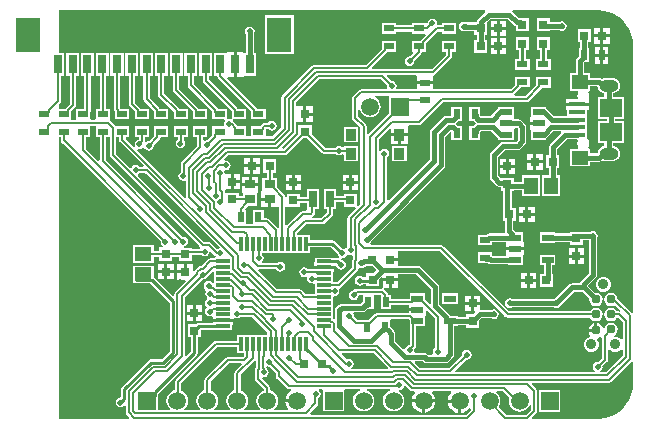
<source format=gtl>
G04*
G04 #@! TF.GenerationSoftware,Altium Limited,Altium Designer,19.0.12 (326)*
G04*
G04 Layer_Physical_Order=1*
G04 Layer_Color=255*
%FSAX25Y25*%
%MOIN*%
G70*
G01*
G75*
%ADD14C,0.01000*%
%ADD18R,0.03543X0.02362*%
%ADD19R,0.02362X0.03543*%
%ADD20R,0.05787X0.04685*%
%ADD21R,0.04685X0.05787*%
%ADD22R,0.03150X0.03150*%
%ADD23R,0.03150X0.03150*%
%ADD24R,0.03937X0.02362*%
%ADD25R,0.08268X0.11811*%
%ADD26R,0.03150X0.06299*%
%ADD27R,0.03543X0.03937*%
%ADD28R,0.01181X0.04724*%
%ADD29R,0.04724X0.01181*%
%ADD30R,0.02953X0.05512*%
%ADD31R,0.03543X0.03150*%
%ADD33R,0.05512X0.04724*%
%ADD35R,0.05512X0.01575*%
%ADD59C,0.03110*%
%ADD60R,0.07480X0.06102*%
%ADD61C,0.00800*%
%ADD62C,0.01500*%
%ADD63R,0.05906X0.05906*%
%ADD64C,0.05906*%
%ADD65C,0.03543*%
%ADD66O,0.06299X0.03937*%
%ADD67C,0.01968*%
G36*
X0507344Y0420014D02*
X0507344Y0420014D01*
X0507344Y0420014D01*
X0509065Y0419878D01*
X0510834Y0419454D01*
X0512515Y0418758D01*
X0514066Y0417807D01*
X0515449Y0416626D01*
X0516630Y0415243D01*
X0517581Y0413692D01*
X0518277Y0412011D01*
X0518701Y0410243D01*
X0518837Y0408521D01*
X0518837Y0408521D01*
X0518837D01*
X0518841Y0408517D01*
X0518841Y0319418D01*
X0518341Y0319211D01*
X0513663Y0323889D01*
X0513639Y0323905D01*
X0513530Y0324451D01*
X0513054Y0325164D01*
X0512341Y0325640D01*
X0511500Y0325808D01*
X0510659Y0325640D01*
X0509946Y0325164D01*
X0509470Y0324451D01*
X0509303Y0323610D01*
X0509470Y0322769D01*
X0509946Y0322057D01*
X0510659Y0321580D01*
X0511500Y0321413D01*
X0512341Y0321580D01*
X0512789Y0321880D01*
X0514625Y0320044D01*
X0514378Y0319583D01*
X0514143Y0319630D01*
X0513411D01*
X0513054Y0320164D01*
X0512341Y0320640D01*
X0511500Y0320808D01*
X0510659Y0320640D01*
X0509946Y0320164D01*
X0509470Y0319451D01*
X0509303Y0318610D01*
X0509470Y0317769D01*
X0509946Y0317056D01*
X0510659Y0316580D01*
X0511500Y0316413D01*
X0512341Y0316580D01*
X0513054Y0317056D01*
X0513294Y0317415D01*
X0513855Y0317457D01*
X0515364Y0315948D01*
Y0310554D01*
X0514864Y0310384D01*
X0514825Y0310435D01*
X0514290Y0310845D01*
X0513668Y0311103D01*
X0513000Y0311191D01*
X0512489Y0311124D01*
X0512341Y0311580D01*
X0513054Y0312056D01*
X0513530Y0312769D01*
X0513697Y0313610D01*
X0513530Y0314451D01*
X0513054Y0315164D01*
X0512341Y0315640D01*
X0511500Y0315808D01*
X0510659Y0315640D01*
X0509946Y0315164D01*
X0509470Y0314451D01*
X0509424Y0314220D01*
X0508904Y0314169D01*
X0508732Y0314584D01*
X0508322Y0315118D01*
X0507789Y0315527D01*
X0507167Y0315785D01*
X0507000Y0315807D01*
Y0313295D01*
X0506500D01*
Y0312795D01*
X0503989D01*
X0504011Y0312628D01*
X0504268Y0312007D01*
X0504552Y0311636D01*
X0504397Y0311153D01*
X0504356Y0311106D01*
X0504332Y0311103D01*
X0503710Y0310845D01*
X0503175Y0310435D01*
X0502765Y0309901D01*
X0502507Y0309278D01*
X0502419Y0308610D01*
X0502507Y0307942D01*
X0502765Y0307320D01*
X0503175Y0306785D01*
X0503710Y0306375D01*
X0504332Y0306117D01*
X0505000Y0306030D01*
X0505668Y0306117D01*
X0506290Y0306375D01*
X0506825Y0306785D01*
X0507235Y0307320D01*
X0507493Y0307942D01*
X0507581Y0308610D01*
X0507493Y0309278D01*
X0507235Y0309901D01*
X0506949Y0310273D01*
X0507103Y0310754D01*
X0507146Y0310803D01*
X0507167Y0310806D01*
X0507789Y0311063D01*
X0507898Y0311147D01*
X0508398Y0310900D01*
Y0303966D01*
X0507200Y0302768D01*
X0507055Y0302796D01*
X0506437Y0302673D01*
X0505913Y0302323D01*
X0505563Y0301799D01*
X0505440Y0301181D01*
X0505563Y0300563D01*
X0505913Y0300039D01*
X0506225Y0299831D01*
X0506073Y0299331D01*
X0459708D01*
X0459517Y0299793D01*
X0463308Y0303584D01*
X0463453Y0303555D01*
X0464071Y0303678D01*
X0464595Y0304028D01*
X0464945Y0304552D01*
X0465068Y0305170D01*
X0464945Y0305789D01*
X0464595Y0306313D01*
X0464071Y0306663D01*
X0463453Y0306786D01*
X0462835Y0306663D01*
X0462311Y0306313D01*
X0461960Y0305789D01*
X0461837Y0305170D01*
X0461866Y0305026D01*
X0457571Y0300731D01*
X0447871D01*
X0446027Y0302575D01*
X0446218Y0303036D01*
X0448791D01*
X0448940Y0302887D01*
X0449387Y0302589D01*
X0449914Y0302484D01*
X0456372D01*
X0456898Y0302589D01*
X0457345Y0302887D01*
X0458776Y0304318D01*
X0458776Y0304318D01*
X0459075Y0304765D01*
X0459180Y0305292D01*
Y0314656D01*
X0460372D01*
Y0315061D01*
X0463246D01*
Y0314262D01*
X0467596D01*
Y0316665D01*
X0468255Y0317324D01*
X0471716D01*
X0471890Y0317209D01*
X0472508Y0317086D01*
X0473126Y0317209D01*
X0473650Y0317559D01*
X0474000Y0318083D01*
X0474123Y0318701D01*
X0474000Y0319319D01*
X0473650Y0319843D01*
X0473126Y0320193D01*
X0472508Y0320316D01*
X0471890Y0320193D01*
X0471716Y0320077D01*
X0467996D01*
Y0321843D01*
X0465921D01*
Y0319768D01*
X0466098D01*
X0466305Y0319268D01*
X0465649Y0318612D01*
X0463246D01*
Y0317813D01*
X0460372D01*
Y0318218D01*
X0457832D01*
X0457558Y0318629D01*
X0454298Y0321889D01*
Y0327639D01*
X0454193Y0328165D01*
X0453895Y0328612D01*
X0453895Y0328612D01*
X0448069Y0334438D01*
X0447622Y0334736D01*
X0447095Y0334841D01*
X0440437D01*
Y0336329D01*
X0437862D01*
Y0337329D01*
X0440437D01*
Y0339404D01*
X0440623Y0339827D01*
X0454369D01*
X0476307Y0317889D01*
X0476637Y0317668D01*
X0477028Y0317591D01*
X0504589D01*
X0504946Y0317056D01*
X0505659Y0316580D01*
X0506500Y0316413D01*
X0507341Y0316580D01*
X0508054Y0317056D01*
X0508530Y0317769D01*
X0508697Y0318610D01*
X0508530Y0319451D01*
X0508054Y0320164D01*
X0507341Y0320640D01*
X0506500Y0320808D01*
X0505659Y0320640D01*
X0504946Y0320164D01*
X0504589Y0319630D01*
X0477450D01*
X0455512Y0341567D01*
X0455182Y0341788D01*
X0454791Y0341866D01*
X0431350D01*
X0431198Y0342366D01*
X0431229Y0342387D01*
X0431579Y0342911D01*
X0431620Y0343115D01*
X0455863Y0367359D01*
X0455863Y0367359D01*
X0456161Y0367805D01*
X0456266Y0368332D01*
X0456266Y0368332D01*
Y0377921D01*
X0457808Y0379463D01*
X0457884Y0379466D01*
X0458151Y0379398D01*
X0458325Y0379272D01*
Y0376683D01*
X0461887D01*
Y0381427D01*
X0460272D01*
X0459739Y0381960D01*
X0459708Y0382268D01*
X0459756Y0382573D01*
X0459770Y0382582D01*
X0460371Y0383184D01*
X0461887D01*
Y0387927D01*
X0458325D01*
Y0385257D01*
X0458299Y0385124D01*
Y0385004D01*
X0458226Y0384932D01*
X0456419D01*
X0455892Y0384827D01*
X0455445Y0384528D01*
X0455445Y0384528D01*
X0451416Y0380500D01*
X0451118Y0380053D01*
X0451013Y0379526D01*
Y0370216D01*
X0437413Y0356616D01*
X0436913Y0356823D01*
Y0371020D01*
X0437036Y0371102D01*
X0437386Y0371626D01*
X0437509Y0372244D01*
X0437386Y0372862D01*
X0437036Y0373386D01*
X0436512Y0373736D01*
X0435894Y0373859D01*
X0435276Y0373736D01*
X0434752Y0373386D01*
X0434559Y0373098D01*
X0434059Y0373250D01*
Y0376940D01*
X0437751Y0380632D01*
X0438213Y0380440D01*
Y0379024D01*
X0440984D01*
X0443756D01*
Y0381492D01*
X0444088Y0381854D01*
X0447508D01*
X0447898Y0381932D01*
X0448229Y0382153D01*
X0455509Y0389433D01*
X0483405D01*
X0483796Y0389511D01*
X0484127Y0389732D01*
X0488349Y0393955D01*
X0488557Y0394266D01*
X0491372D01*
Y0397828D01*
X0486628D01*
Y0395365D01*
X0486609Y0395266D01*
Y0395098D01*
X0482983Y0391472D01*
X0479509D01*
X0479383Y0391674D01*
X0479320Y0391972D01*
X0481349Y0394002D01*
X0481557Y0394313D01*
X0484372D01*
Y0397876D01*
X0479628D01*
Y0395412D01*
X0479609Y0395313D01*
Y0395145D01*
X0478101Y0393638D01*
X0452797D01*
X0452317Y0393685D01*
X0452317Y0394138D01*
Y0395366D01*
X0449545D01*
X0446773D01*
X0446773Y0393685D01*
X0446293Y0393638D01*
X0440194D01*
X0439927Y0394138D01*
X0439945Y0394165D01*
X0440068Y0394783D01*
X0439945Y0395402D01*
X0439595Y0395926D01*
X0439071Y0396276D01*
X0438453Y0396399D01*
X0438308Y0396370D01*
X0436728Y0397950D01*
X0436919Y0398412D01*
X0446447D01*
X0446773Y0398047D01*
X0446773Y0397912D01*
Y0396366D01*
X0449545D01*
X0452317D01*
Y0397934D01*
X0452317Y0398047D01*
X0452485Y0398477D01*
X0452546Y0398489D01*
X0452877Y0398710D01*
X0458268Y0404102D01*
X0458489Y0404433D01*
X0458567Y0404823D01*
Y0406266D01*
X0459919D01*
Y0409828D01*
X0455176D01*
Y0406266D01*
X0456528D01*
Y0405245D01*
X0451734Y0400451D01*
X0431999D01*
X0431808Y0400913D01*
X0436849Y0405955D01*
X0437057Y0406266D01*
X0439872D01*
Y0409828D01*
X0435128D01*
Y0407365D01*
X0435109Y0407266D01*
Y0407098D01*
X0429862Y0401851D01*
X0412588D01*
X0412198Y0401774D01*
X0411867Y0401552D01*
X0401959Y0391645D01*
X0401738Y0391314D01*
X0401661Y0390924D01*
Y0381011D01*
X0398605Y0377956D01*
X0396372D01*
Y0380183D01*
X0396391Y0380281D01*
Y0380449D01*
X0396418Y0380476D01*
X0397170D01*
X0397252Y0380354D01*
X0397776Y0380004D01*
X0398394Y0379881D01*
X0399012Y0380004D01*
X0399536Y0380354D01*
X0399886Y0380878D01*
X0400009Y0381496D01*
X0399886Y0382114D01*
X0399536Y0382638D01*
X0399012Y0382988D01*
X0398394Y0383111D01*
X0397776Y0382988D01*
X0397252Y0382638D01*
X0397170Y0382516D01*
X0395996D01*
X0395606Y0382438D01*
X0395275Y0382217D01*
X0394651Y0381593D01*
X0394443Y0381281D01*
X0391628D01*
Y0377956D01*
X0389885D01*
Y0381281D01*
X0387071D01*
X0386863Y0381593D01*
X0385773Y0382682D01*
X0385618Y0382786D01*
X0385614Y0382803D01*
X0385400Y0383124D01*
X0385651Y0383624D01*
X0389885D01*
Y0387187D01*
X0387071D01*
X0386863Y0387498D01*
X0377390Y0396972D01*
Y0398250D01*
X0378545D01*
Y0405750D01*
X0374195D01*
Y0398250D01*
X0375350D01*
Y0396549D01*
X0375428Y0396159D01*
X0375649Y0395828D01*
X0385123Y0386355D01*
Y0386187D01*
X0385142Y0386088D01*
Y0384010D01*
X0384986Y0383881D01*
X0384642Y0383697D01*
X0384122Y0383800D01*
X0383899Y0383756D01*
X0383400Y0384163D01*
Y0387187D01*
X0380585D01*
X0380377Y0387498D01*
X0372468Y0395407D01*
Y0398250D01*
X0373624D01*
Y0405750D01*
X0369274D01*
Y0398250D01*
X0370429D01*
Y0394985D01*
X0370507Y0394594D01*
X0370728Y0394264D01*
X0378637Y0386355D01*
Y0386187D01*
X0378656Y0386088D01*
Y0383624D01*
X0382593D01*
X0382844Y0383124D01*
X0382630Y0382803D01*
X0382507Y0382185D01*
X0382587Y0381781D01*
X0382265Y0381281D01*
X0378656D01*
Y0378817D01*
X0378637Y0378719D01*
Y0378338D01*
X0376983Y0376685D01*
X0376839Y0376714D01*
X0376220Y0376591D01*
X0376061Y0376484D01*
X0375561Y0376752D01*
Y0377719D01*
X0376913D01*
Y0381281D01*
X0372170D01*
Y0377719D01*
X0373522D01*
Y0374799D01*
X0368342Y0369619D01*
X0368121Y0369288D01*
X0368043Y0368898D01*
Y0366121D01*
X0367728Y0365910D01*
X0367378Y0365386D01*
X0367255Y0364768D01*
X0367378Y0364150D01*
X0367728Y0363626D01*
X0368252Y0363275D01*
X0368870Y0363153D01*
X0369336Y0363245D01*
X0369836Y0362952D01*
Y0357874D01*
X0369845Y0357827D01*
X0369385Y0357581D01*
X0353499Y0373467D01*
X0353505Y0373482D01*
X0353794Y0373879D01*
X0354299Y0373778D01*
X0354917Y0373901D01*
X0355441Y0374252D01*
X0355957Y0374185D01*
X0356307Y0373661D01*
X0356831Y0373311D01*
X0357449Y0373188D01*
X0358067Y0373311D01*
X0358591Y0373661D01*
X0358941Y0374185D01*
X0359064Y0374803D01*
X0359035Y0374948D01*
X0361054Y0376966D01*
X0361275Y0377297D01*
X0361352Y0377687D01*
Y0377719D01*
X0363941D01*
Y0381281D01*
X0359198D01*
Y0377994D01*
X0357593Y0376390D01*
X0357449Y0376418D01*
X0356831Y0376295D01*
X0356545Y0376105D01*
X0356095Y0376405D01*
X0356103Y0376447D01*
Y0377719D01*
X0357455D01*
Y0381281D01*
X0352712D01*
Y0377719D01*
X0354064D01*
Y0376962D01*
X0353681Y0376886D01*
X0353157Y0376536D01*
X0352807Y0376012D01*
X0352684Y0375394D01*
X0352784Y0374888D01*
X0352387Y0374600D01*
X0352372Y0374593D01*
X0349747Y0377219D01*
X0349930Y0377719D01*
X0350969D01*
Y0381281D01*
X0346386D01*
X0346383Y0381296D01*
X0346162Y0381627D01*
X0344686Y0383103D01*
X0344588Y0383168D01*
X0344483Y0383624D01*
X0344483Y0383794D01*
Y0387187D01*
X0343131D01*
Y0398250D01*
X0344096D01*
Y0405750D01*
X0339746D01*
Y0398250D01*
X0341092D01*
Y0387187D01*
X0339740D01*
X0339740Y0383624D01*
X0339332Y0383401D01*
X0338405D01*
X0337997Y0383624D01*
X0337997Y0383902D01*
Y0386088D01*
X0338017Y0386187D01*
Y0386766D01*
X0338020Y0386780D01*
Y0398250D01*
X0339175D01*
Y0405750D01*
X0334825D01*
Y0398250D01*
X0335980D01*
Y0387187D01*
X0333254D01*
X0333254Y0383624D01*
X0332846Y0383401D01*
X0331919D01*
X0331511Y0383624D01*
Y0386088D01*
X0331531Y0386187D01*
Y0386355D01*
X0332800Y0387624D01*
X0333021Y0387955D01*
X0333098Y0388345D01*
Y0398250D01*
X0334254D01*
Y0405750D01*
X0329904D01*
Y0398250D01*
X0331059D01*
Y0388767D01*
X0329790Y0387498D01*
X0329582Y0387187D01*
X0327429D01*
Y0388739D01*
X0327878Y0389189D01*
X0328099Y0389519D01*
X0328177Y0389910D01*
Y0398250D01*
X0329332D01*
Y0405750D01*
X0327429D01*
Y0420018D01*
X0469525Y0420018D01*
X0469667Y0419754D01*
X0469705Y0419518D01*
X0467204Y0417017D01*
X0466905Y0416570D01*
X0466818Y0416128D01*
X0465872D01*
Y0415950D01*
X0463395D01*
X0463215Y0415985D01*
X0463095Y0416066D01*
X0462477Y0416189D01*
X0461859Y0416066D01*
X0461335Y0415716D01*
X0460985Y0415192D01*
X0460862Y0414573D01*
X0460985Y0413955D01*
X0461335Y0413431D01*
X0461859Y0413081D01*
X0462477Y0412958D01*
X0463095Y0413081D01*
X0463269Y0413197D01*
X0465872D01*
Y0411778D01*
X0466671D01*
Y0410222D01*
X0465872D01*
Y0405872D01*
X0470222D01*
Y0410222D01*
X0469424D01*
Y0411778D01*
X0470222D01*
Y0416127D01*
X0470222Y0416127D01*
X0470222D01*
X0470549Y0416469D01*
X0471306Y0417226D01*
X0476977D01*
X0479202Y0415001D01*
X0479648Y0414703D01*
X0479825Y0414668D01*
Y0412975D01*
X0484175D01*
Y0417324D01*
X0481308D01*
X0481175Y0417351D01*
X0480745D01*
X0478578Y0419518D01*
X0478616Y0419754D01*
X0478758Y0420018D01*
X0507340D01*
X0507344Y0420014D01*
D02*
G37*
G36*
X0437616Y0391446D02*
Y0385783D01*
X0430540Y0378706D01*
X0430040Y0378913D01*
Y0381480D01*
X0429962Y0381870D01*
X0429741Y0382201D01*
X0427268Y0384675D01*
Y0386723D01*
X0427768Y0386822D01*
X0428066Y0386102D01*
X0428635Y0385360D01*
X0429378Y0384790D01*
X0430242Y0384432D01*
X0431169Y0384310D01*
X0432097Y0384432D01*
X0432961Y0384790D01*
X0433703Y0385360D01*
X0434273Y0386102D01*
X0434631Y0386966D01*
X0434753Y0387894D01*
X0434631Y0388821D01*
X0434273Y0389685D01*
X0433703Y0390428D01*
X0432961Y0390997D01*
X0432716Y0391098D01*
X0432815Y0391599D01*
X0437180D01*
X0437616Y0391446D01*
D02*
G37*
G36*
X0339740Y0381281D02*
Y0377719D01*
X0341092D01*
Y0370081D01*
X0340592Y0369873D01*
X0336645Y0373820D01*
Y0377719D01*
X0337997D01*
Y0381281D01*
X0338464Y0381362D01*
X0339274D01*
X0339740Y0381281D01*
D02*
G37*
G36*
X0436866Y0394928D02*
X0436837Y0394783D01*
X0436960Y0394165D01*
X0436979Y0394138D01*
X0436712Y0393638D01*
X0428118D01*
X0427728Y0393560D01*
X0427397Y0393339D01*
X0425527Y0391469D01*
X0425306Y0391138D01*
X0425228Y0390748D01*
Y0384252D01*
X0425306Y0383862D01*
X0425527Y0383531D01*
X0428001Y0381058D01*
Y0355557D01*
X0427320Y0354876D01*
X0426820Y0355083D01*
Y0358929D01*
X0422471D01*
Y0358019D01*
X0419930D01*
Y0360356D01*
X0415778D01*
Y0353644D01*
X0416834D01*
Y0352658D01*
X0414900Y0350724D01*
X0411854D01*
X0411799Y0351223D01*
X0412130Y0351444D01*
X0412599Y0351913D01*
X0412820Y0352244D01*
X0412897Y0352634D01*
Y0353644D01*
X0414222D01*
Y0360356D01*
X0410069D01*
Y0357773D01*
X0407820D01*
Y0358928D01*
X0403471D01*
Y0357764D01*
X0402972Y0357760D01*
X0402895Y0358150D01*
X0402674Y0358481D01*
X0400076Y0361078D01*
Y0364183D01*
X0398724D01*
Y0365935D01*
X0399880D01*
Y0370285D01*
X0395530D01*
Y0365935D01*
X0396685D01*
Y0364183D01*
X0395333D01*
Y0359833D01*
X0394933Y0359661D01*
Y0357587D01*
X0397705D01*
Y0357087D01*
X0398205D01*
Y0354512D01*
X0400476D01*
Y0354512D01*
X0400933Y0354408D01*
Y0347715D01*
X0400890Y0347682D01*
X0400433Y0347532D01*
X0397632Y0350334D01*
X0397301Y0350555D01*
X0396911Y0350632D01*
X0395746D01*
Y0353356D01*
X0392183D01*
Y0348657D01*
X0389840D01*
Y0353356D01*
X0389627D01*
X0389420Y0353856D01*
X0390476Y0354912D01*
X0393580D01*
X0393580Y0359192D01*
X0393980Y0359433D01*
X0393980Y0359503D01*
X0393980Y0359503D01*
Y0361508D01*
X0391209D01*
X0388437D01*
Y0359503D01*
X0388437Y0359503D01*
Y0359433D01*
X0388837Y0359192D01*
X0388837Y0358933D01*
Y0358106D01*
X0387478D01*
Y0359163D01*
X0383128D01*
X0382800Y0359527D01*
Y0359561D01*
X0382749Y0359819D01*
X0382967Y0360204D01*
X0383078Y0360319D01*
X0384803D01*
Y0362894D01*
Y0365469D01*
X0383160D01*
X0382690Y0365648D01*
X0382631Y0365928D01*
X0382563Y0366268D01*
X0382538Y0366306D01*
X0382839Y0366756D01*
X0383159Y0366692D01*
X0383777Y0366815D01*
X0384301Y0367165D01*
X0384651Y0367689D01*
X0384774Y0368307D01*
X0384651Y0368925D01*
X0384301Y0369449D01*
X0383777Y0369799D01*
X0383159Y0369922D01*
X0383057Y0369902D01*
X0382490Y0370296D01*
X0382473Y0370396D01*
X0383794Y0371717D01*
X0402736D01*
X0403126Y0371794D01*
X0403457Y0372015D01*
X0408767Y0377325D01*
X0410233D01*
X0415051Y0372507D01*
X0415381Y0372286D01*
X0415772Y0372209D01*
X0419611D01*
X0419693Y0372086D01*
X0420217Y0371736D01*
X0420835Y0371613D01*
X0421453Y0371736D01*
X0421977Y0372086D01*
X0422471Y0371926D01*
Y0369656D01*
X0427214D01*
Y0374793D01*
X0422471D01*
Y0374531D01*
X0421977Y0374371D01*
X0421453Y0374721D01*
X0420835Y0374844D01*
X0420217Y0374721D01*
X0419693Y0374371D01*
X0419611Y0374248D01*
X0416194D01*
X0411675Y0378767D01*
Y0381675D01*
X0407325D01*
Y0378767D01*
X0402364Y0373806D01*
X0402017Y0373845D01*
X0401827Y0374335D01*
X0406201Y0378708D01*
X0406422Y0379039D01*
X0406500Y0379429D01*
Y0382650D01*
X0406925Y0382831D01*
X0407000Y0382831D01*
X0409000D01*
Y0385405D01*
Y0387980D01*
X0407000D01*
X0406925Y0387980D01*
X0406500Y0388161D01*
Y0389341D01*
X0414170Y0397012D01*
X0434782D01*
X0436866Y0394928D01*
D02*
G37*
G36*
X0347578Y0376926D02*
X0347656Y0376536D01*
X0347877Y0376205D01*
X0355769Y0368312D01*
X0355578Y0367850D01*
X0354342D01*
X0354260Y0367973D01*
X0353736Y0368323D01*
X0353118Y0368446D01*
X0352500Y0368323D01*
X0351976Y0367973D01*
X0351713Y0367579D01*
X0351152Y0367433D01*
X0346461Y0372124D01*
Y0377719D01*
X0347578D01*
Y0376926D01*
D02*
G37*
G36*
X0410069Y0353644D02*
X0410069D01*
X0409970Y0353185D01*
X0408728D01*
X0408338Y0353107D01*
X0408007Y0352886D01*
X0403472Y0348351D01*
X0402972Y0348558D01*
Y0354574D01*
X0403471Y0354579D01*
Y0354579D01*
X0407820D01*
Y0355734D01*
X0410069D01*
Y0353644D01*
D02*
G37*
G36*
X0344421Y0371702D02*
X0344499Y0371311D01*
X0344720Y0370981D01*
X0374609Y0341092D01*
X0374614Y0341085D01*
X0374551Y0340789D01*
X0374425Y0340586D01*
X0371730D01*
Y0340856D01*
X0369304D01*
X0369255Y0341356D01*
X0369583Y0341421D01*
X0370107Y0341771D01*
X0370457Y0342295D01*
X0370580Y0342913D01*
X0370457Y0343531D01*
X0370107Y0344056D01*
X0369583Y0344406D01*
X0368965Y0344529D01*
X0368820Y0344500D01*
X0343131Y0370189D01*
Y0377719D01*
X0344421D01*
Y0371702D01*
D02*
G37*
G36*
X0422471Y0354579D02*
X0426316D01*
X0426523Y0354079D01*
X0423959Y0351515D01*
X0423738Y0351185D01*
X0423661Y0350794D01*
Y0341286D01*
X0423538Y0341204D01*
X0423188Y0340680D01*
X0423180Y0340640D01*
X0422624Y0340409D01*
X0422536Y0340469D01*
X0421917Y0340592D01*
X0421893Y0340587D01*
X0419454Y0343025D01*
X0419091Y0343268D01*
X0418661Y0343354D01*
X0418661Y0343354D01*
X0411017D01*
Y0345195D01*
X0406909D01*
Y0345755D01*
X0409840Y0348685D01*
X0415323D01*
X0415713Y0348763D01*
X0416044Y0348984D01*
X0418575Y0351515D01*
X0418796Y0351846D01*
X0418874Y0352236D01*
Y0353644D01*
X0419930D01*
Y0355980D01*
X0422471D01*
Y0354579D01*
D02*
G37*
G36*
X0381028Y0341073D02*
X0380864Y0340531D01*
X0380551Y0340469D01*
X0380301Y0340302D01*
X0378150Y0342453D01*
X0377819Y0342674D01*
X0377429Y0342752D01*
X0375833D01*
X0353720Y0364864D01*
X0353866Y0365425D01*
X0354260Y0365688D01*
X0354342Y0365811D01*
X0356291D01*
X0381028Y0341073D01*
D02*
G37*
G36*
X0328120Y0376636D02*
X0328198Y0376246D01*
X0328418Y0375915D01*
X0361374Y0342960D01*
X0361345Y0342815D01*
X0361468Y0342197D01*
X0361818Y0341673D01*
X0362145Y0341454D01*
X0361994Y0340954D01*
X0360983D01*
Y0339720D01*
X0359072D01*
Y0341643D01*
X0352085D01*
Y0335758D01*
X0359072D01*
Y0337681D01*
X0360983D01*
Y0336605D01*
X0365332D01*
Y0337662D01*
X0367380D01*
Y0336506D01*
X0371730D01*
Y0338547D01*
X0374827D01*
X0374909Y0338425D01*
X0375433Y0338075D01*
X0376051Y0337952D01*
X0376669Y0338075D01*
X0377193Y0338425D01*
X0377543Y0338949D01*
X0377630Y0339383D01*
X0378134Y0339586D01*
X0379464Y0338255D01*
X0379795Y0338034D01*
X0379838Y0337948D01*
X0379603Y0337517D01*
X0379306D01*
Y0337346D01*
X0377831D01*
X0377441Y0337269D01*
X0377110Y0337048D01*
X0374990Y0334928D01*
X0374740D01*
X0374349Y0334851D01*
X0374019Y0334630D01*
X0372856Y0333467D01*
X0372635Y0333136D01*
X0372630Y0333110D01*
X0372130Y0333159D01*
Y0335350D01*
X0370055D01*
Y0332776D01*
X0369555D01*
Y0332276D01*
X0366980D01*
Y0330201D01*
X0369609D01*
X0369801Y0329739D01*
X0366275Y0326213D01*
X0366054Y0325882D01*
X0365977Y0325492D01*
Y0324814D01*
X0365514Y0324623D01*
X0359218Y0330919D01*
X0359072Y0331016D01*
Y0334911D01*
X0352085D01*
Y0330234D01*
X0352063Y0330126D01*
X0352085Y0330018D01*
Y0329026D01*
X0353077D01*
X0353185Y0329004D01*
X0353185Y0329004D01*
X0357961D01*
X0364374Y0322591D01*
Y0306390D01*
X0361688Y0303704D01*
X0358217D01*
X0358217Y0303704D01*
X0357788Y0303619D01*
X0357424Y0303376D01*
X0357424Y0303376D01*
X0348463Y0294415D01*
X0348220Y0294051D01*
X0348134Y0293622D01*
X0348134Y0293622D01*
Y0291364D01*
X0348000Y0290887D01*
X0347382Y0290764D01*
X0346858Y0290414D01*
X0346508Y0289890D01*
X0346385Y0289272D01*
X0346508Y0288653D01*
X0346858Y0288129D01*
X0347382Y0287779D01*
X0348000Y0287656D01*
X0348618Y0287779D01*
X0349142Y0288129D01*
X0349236Y0288270D01*
X0349736Y0288119D01*
Y0285945D01*
X0349814Y0285554D01*
X0350035Y0285224D01*
X0350949Y0284310D01*
X0350757Y0283848D01*
X0327429D01*
Y0377719D01*
X0328120D01*
Y0376636D01*
D02*
G37*
G36*
X0433415Y0333424D02*
X0432283Y0332293D01*
X0429880D01*
Y0330944D01*
X0428880D01*
X0428867Y0330965D01*
X0428342Y0331315D01*
X0427724Y0331438D01*
X0427106Y0331315D01*
X0426582Y0330965D01*
X0426232Y0330441D01*
X0426109Y0329823D01*
X0426232Y0329205D01*
X0426582Y0328681D01*
X0427106Y0328330D01*
X0427724Y0328207D01*
X0428342Y0328330D01*
X0428867Y0328681D01*
X0428880Y0328701D01*
X0429880D01*
Y0327943D01*
X0434230D01*
Y0330346D01*
X0434924Y0331040D01*
X0435386Y0330849D01*
Y0330618D01*
X0437961D01*
X0440535D01*
Y0332088D01*
X0446525D01*
X0451545Y0327068D01*
Y0322268D01*
X0451083Y0322076D01*
X0449545Y0323614D01*
Y0325698D01*
X0444408D01*
Y0323756D01*
X0438265D01*
Y0325108D01*
X0437166D01*
Y0325239D01*
X0437089Y0325629D01*
X0436868Y0325960D01*
X0435863Y0326964D01*
X0435745Y0327043D01*
X0435897Y0327543D01*
X0437461D01*
Y0329618D01*
X0435386D01*
Y0327724D01*
X0435230Y0327430D01*
X0435002Y0327263D01*
X0426704D01*
X0426314Y0327185D01*
X0425983Y0326964D01*
X0425787Y0326671D01*
X0425733Y0326682D01*
X0425115Y0326559D01*
X0424591Y0326209D01*
X0424241Y0325684D01*
X0424118Y0325066D01*
X0424241Y0324448D01*
X0424591Y0323924D01*
X0425115Y0323574D01*
X0425733Y0323451D01*
X0426351Y0323574D01*
X0426875Y0323924D01*
X0427225Y0324448D01*
X0427348Y0325066D01*
X0427478Y0325224D01*
X0428346D01*
X0428798Y0325108D01*
Y0322831D01*
X0428584Y0322688D01*
X0428138Y0322243D01*
X0421812D01*
X0421285Y0322138D01*
X0420838Y0321839D01*
X0419960Y0320961D01*
X0419661Y0320514D01*
X0419557Y0319988D01*
Y0317378D01*
X0419127Y0317157D01*
X0418694Y0317389D01*
Y0319388D01*
Y0324388D01*
X0419195Y0324799D01*
X0419365Y0324765D01*
X0419983Y0324888D01*
X0420507Y0325238D01*
X0420857Y0325762D01*
X0420980Y0326380D01*
X0420867Y0326947D01*
X0420875Y0327032D01*
X0421124Y0327499D01*
X0421182Y0327511D01*
X0421513Y0327732D01*
X0426953Y0333172D01*
X0427174Y0333503D01*
X0427230Y0333783D01*
X0427353Y0333901D01*
X0427492Y0333996D01*
X0427752Y0334107D01*
X0428217Y0334015D01*
X0428835Y0334138D01*
X0429353Y0334484D01*
X0429782Y0334654D01*
X0429782Y0334654D01*
X0432185D01*
X0433415Y0333424D01*
D02*
G37*
G36*
X0379306Y0332798D02*
Y0329403D01*
X0378821Y0328924D01*
X0378750Y0328925D01*
X0378499Y0329301D01*
X0377975Y0329651D01*
X0377357Y0329774D01*
X0376739Y0329651D01*
X0376215Y0329301D01*
X0375865Y0328777D01*
X0375742Y0328159D01*
X0375865Y0327541D01*
X0376215Y0327017D01*
X0376327Y0326942D01*
X0376465Y0326250D01*
X0376437Y0326209D01*
X0376314Y0325591D01*
X0376437Y0324972D01*
X0376787Y0324448D01*
X0376934Y0324350D01*
X0376931Y0323751D01*
X0376681Y0323583D01*
X0376330Y0323059D01*
X0376207Y0322441D01*
X0376330Y0321823D01*
X0376666Y0321321D01*
X0376733Y0321187D01*
Y0320841D01*
X0376666Y0320707D01*
X0376330Y0320205D01*
X0376207Y0319587D01*
X0376330Y0318969D01*
X0376681Y0318444D01*
X0377205Y0318094D01*
X0377823Y0317971D01*
X0378405Y0318087D01*
X0378456Y0318085D01*
X0378906Y0317803D01*
Y0317142D01*
X0382268D01*
X0385630D01*
Y0317159D01*
X0386130Y0317426D01*
X0386161Y0317405D01*
X0386779Y0317282D01*
X0387398Y0317405D01*
X0387922Y0317756D01*
X0388004Y0317878D01*
X0391919D01*
X0394236Y0315561D01*
X0394237Y0315559D01*
X0394458Y0315228D01*
X0396996Y0312689D01*
Y0311730D01*
X0386983D01*
Y0309787D01*
X0379701D01*
X0379311Y0309710D01*
X0378980Y0309489D01*
X0366373Y0296882D01*
X0366153Y0296552D01*
X0366075Y0296161D01*
Y0293335D01*
X0365990Y0293323D01*
X0365126Y0292966D01*
X0364383Y0292396D01*
X0363814Y0291654D01*
X0363456Y0290790D01*
X0363334Y0289862D01*
X0363456Y0288935D01*
X0363814Y0288071D01*
X0364383Y0287328D01*
X0364510Y0287231D01*
X0364340Y0286731D01*
X0360470D01*
Y0291089D01*
X0360535Y0291413D01*
X0360535Y0291413D01*
Y0292149D01*
X0373399Y0305014D01*
X0373399Y0305014D01*
X0373642Y0305378D01*
X0373728Y0305807D01*
X0373728Y0305807D01*
Y0311014D01*
X0374781D01*
Y0313552D01*
X0379306D01*
Y0313483D01*
X0385230D01*
Y0315051D01*
X0385630D01*
Y0316142D01*
X0382268D01*
X0378906D01*
Y0315795D01*
X0374091D01*
X0373661Y0315709D01*
X0373298Y0315466D01*
X0373297Y0315466D01*
X0373195Y0315364D01*
X0370431D01*
Y0311014D01*
X0371485D01*
Y0306272D01*
X0369900Y0304687D01*
X0369416Y0304910D01*
Y0324337D01*
X0375417Y0330338D01*
X0375561Y0330309D01*
X0376180Y0330432D01*
X0376704Y0330782D01*
X0376970Y0331181D01*
X0377004Y0331203D01*
X0378805Y0333005D01*
X0379306Y0332798D01*
D02*
G37*
G36*
X0420307Y0339001D02*
X0420302Y0338976D01*
X0420425Y0338358D01*
X0420747Y0337876D01*
X0420698Y0337716D01*
X0420503Y0337415D01*
X0420335Y0337448D01*
X0420335Y0337448D01*
X0418694D01*
Y0337517D01*
X0412770D01*
Y0335949D01*
X0412370D01*
Y0334858D01*
X0415732D01*
X0419095D01*
Y0334863D01*
X0419424Y0335073D01*
X0419957Y0334894D01*
X0420031Y0334520D01*
X0420381Y0333996D01*
X0420905Y0333646D01*
X0421524Y0333523D01*
X0422142Y0333646D01*
X0422666Y0333996D01*
X0423016Y0334520D01*
X0423139Y0335138D01*
X0423016Y0335756D01*
X0422666Y0336280D01*
X0422142Y0336630D01*
X0421680Y0336722D01*
X0421553Y0336924D01*
X0421842Y0337344D01*
X0421883Y0337368D01*
X0421917Y0337361D01*
X0422536Y0337484D01*
X0423060Y0337834D01*
X0423410Y0338358D01*
X0423418Y0338399D01*
X0423973Y0338629D01*
X0424062Y0338569D01*
X0424680Y0338446D01*
X0425145Y0338539D01*
X0425645Y0338246D01*
Y0337362D01*
X0425511Y0337228D01*
X0425290Y0336897D01*
X0425213Y0336507D01*
Y0334315D01*
X0420370Y0329472D01*
X0418694D01*
Y0332768D01*
X0419095D01*
Y0333858D01*
X0415732D01*
X0412370D01*
Y0333697D01*
X0410444D01*
X0410363Y0333819D01*
X0409839Y0334170D01*
X0409221Y0334293D01*
X0408602Y0334170D01*
X0408078Y0333819D01*
X0407728Y0333295D01*
X0407605Y0332677D01*
X0407728Y0332059D01*
X0408078Y0331535D01*
X0408602Y0331185D01*
X0409221Y0331062D01*
X0409775Y0331172D01*
X0410016Y0331022D01*
X0410218Y0330837D01*
X0410164Y0330566D01*
X0410287Y0329948D01*
X0410637Y0329424D01*
X0411161Y0329074D01*
X0411779Y0328951D01*
X0412270Y0329048D01*
X0412651Y0328834D01*
X0412770Y0328721D01*
Y0325528D01*
X0409741D01*
X0408588Y0326681D01*
X0408257Y0326902D01*
X0407867Y0326980D01*
X0400120D01*
X0393883Y0333217D01*
X0394090Y0333717D01*
X0399879D01*
X0400106Y0333378D01*
X0400630Y0333027D01*
X0401248Y0332904D01*
X0401866Y0333027D01*
X0402390Y0333378D01*
X0402740Y0333902D01*
X0402863Y0334520D01*
X0402740Y0335138D01*
X0402390Y0335662D01*
X0401866Y0336012D01*
X0401248Y0336135D01*
X0400630Y0336012D01*
X0400268Y0335770D01*
X0400256Y0335768D01*
X0400238Y0335756D01*
X0395450D01*
X0395298Y0336256D01*
X0395304Y0336259D01*
X0395654Y0336783D01*
X0395777Y0337402D01*
X0395654Y0338020D01*
X0395304Y0338544D01*
X0395098Y0338681D01*
Y0339270D01*
X0411017D01*
Y0341111D01*
X0418197D01*
X0420307Y0339001D01*
D02*
G37*
G36*
X0434703Y0325108D02*
Y0320365D01*
X0438265D01*
Y0321717D01*
X0444008D01*
Y0320677D01*
X0446976D01*
Y0319677D01*
X0444008D01*
Y0319130D01*
X0433410D01*
X0433019Y0319052D01*
X0432689Y0318831D01*
X0430599Y0316742D01*
X0429502D01*
X0429404Y0316761D01*
X0427070D01*
X0425866Y0317966D01*
X0425895Y0318110D01*
X0425772Y0318728D01*
X0425597Y0318990D01*
X0425865Y0319490D01*
X0428709D01*
X0429235Y0319595D01*
X0429682Y0319893D01*
X0430127Y0320338D01*
X0430148D01*
X0430281Y0320365D01*
X0432360D01*
Y0325108D01*
X0432812Y0325224D01*
X0434251D01*
X0434703Y0325108D01*
D02*
G37*
G36*
X0444408Y0316740D02*
Y0315755D01*
X0444388Y0315656D01*
Y0308573D01*
X0444188Y0308372D01*
X0443748Y0308285D01*
X0443224Y0307935D01*
X0442874Y0307411D01*
X0442822Y0307148D01*
X0442279Y0306983D01*
X0439632Y0309630D01*
Y0312205D01*
X0439528Y0312732D01*
X0439229Y0313178D01*
X0438086Y0314322D01*
X0437872Y0314465D01*
Y0316742D01*
X0438227Y0317091D01*
X0444057D01*
X0444408Y0316740D01*
D02*
G37*
G36*
X0452787Y0317488D02*
Y0307425D01*
X0452665Y0307343D01*
X0452315Y0306819D01*
X0452192Y0306201D01*
X0452284Y0305737D01*
X0451990Y0305237D01*
X0450484D01*
X0450334Y0305386D01*
X0449888Y0305685D01*
X0449361Y0305789D01*
X0446157D01*
X0445881Y0306289D01*
X0445981Y0306792D01*
X0445900Y0307201D01*
X0446129Y0307430D01*
X0446350Y0307760D01*
X0446427Y0308150D01*
Y0314656D01*
X0449545D01*
Y0317996D01*
X0449945D01*
Y0319677D01*
X0450407Y0319869D01*
X0452787Y0317488D01*
D02*
G37*
G36*
X0437311Y0300815D02*
X0437104Y0300315D01*
X0424978D01*
X0424827Y0300815D01*
X0425225Y0301081D01*
X0425575Y0301605D01*
X0425698Y0302223D01*
X0425575Y0302841D01*
X0425225Y0303365D01*
X0424701Y0303715D01*
X0424083Y0303838D01*
X0423464Y0303715D01*
X0423350Y0303639D01*
X0421680Y0305309D01*
X0421872Y0305771D01*
X0432355D01*
X0437311Y0300815D01*
D02*
G37*
G36*
X0511175Y0306785D02*
X0511710Y0306375D01*
X0512332Y0306117D01*
X0513000Y0306030D01*
X0513668Y0306117D01*
X0514290Y0306375D01*
X0514825Y0306785D01*
X0514864Y0306836D01*
X0515364Y0306666D01*
Y0304841D01*
X0509854Y0299331D01*
X0508037D01*
X0507886Y0299831D01*
X0508197Y0300039D01*
X0508547Y0300563D01*
X0508670Y0301181D01*
X0508642Y0301326D01*
X0510138Y0302822D01*
X0510359Y0303153D01*
X0510437Y0303543D01*
Y0306926D01*
X0510937Y0307096D01*
X0511175Y0306785D01*
D02*
G37*
G36*
X0397513Y0301240D02*
X0397658Y0301269D01*
X0399900Y0299027D01*
Y0297966D01*
X0399978Y0297576D01*
X0400199Y0297245D01*
X0403381Y0294062D01*
X0403712Y0293842D01*
X0404102Y0293764D01*
X0404719D01*
X0404837Y0293507D01*
X0404857Y0293264D01*
X0404098Y0292681D01*
X0403465Y0291856D01*
X0403066Y0290894D01*
X0402996Y0290362D01*
X0406917D01*
Y0289362D01*
X0402996D01*
X0403066Y0288830D01*
X0403465Y0287869D01*
X0403954Y0287231D01*
X0403715Y0286731D01*
X0399494D01*
X0399324Y0287231D01*
X0399451Y0287328D01*
X0400021Y0288071D01*
X0400379Y0288935D01*
X0400501Y0289862D01*
X0400379Y0290790D01*
X0400021Y0291654D01*
X0399451Y0292396D01*
X0398709Y0292966D01*
X0397937Y0293285D01*
Y0294155D01*
X0397859Y0294545D01*
X0397638Y0294876D01*
X0395202Y0297312D01*
X0395449Y0297773D01*
X0395835Y0297696D01*
X0396453Y0297819D01*
X0396977Y0298169D01*
X0397327Y0298693D01*
X0397450Y0299311D01*
X0397327Y0299929D01*
X0396977Y0300453D01*
X0396696Y0300641D01*
Y0300641D01*
X0396635Y0300944D01*
X0396735Y0301104D01*
X0396794Y0301169D01*
X0396959Y0301297D01*
X0397049Y0301332D01*
X0397513Y0301240D01*
D02*
G37*
G36*
X0444425Y0293373D02*
X0444756Y0293152D01*
X0445146Y0293075D01*
X0445943D01*
X0446103Y0292575D01*
X0445551Y0291856D01*
X0445153Y0290894D01*
X0445083Y0290362D01*
X0452925D01*
X0452855Y0290894D01*
X0452457Y0291856D01*
X0451905Y0292575D01*
X0452065Y0293075D01*
X0458076D01*
X0458181Y0292763D01*
X0458206Y0292575D01*
X0457579Y0291757D01*
X0457181Y0290796D01*
X0457111Y0290264D01*
X0461031D01*
Y0289764D01*
X0461531D01*
Y0285843D01*
X0462063Y0285913D01*
X0463025Y0286311D01*
X0463851Y0286945D01*
X0464211Y0287414D01*
X0464701Y0287254D01*
X0464746Y0286888D01*
X0463129Y0285272D01*
X0411351D01*
X0411160Y0285734D01*
X0413682Y0288255D01*
X0413903Y0288586D01*
X0413980Y0288976D01*
Y0290738D01*
X0414201Y0290885D01*
X0414551Y0291409D01*
X0414674Y0292028D01*
X0414551Y0292646D01*
X0414201Y0293170D01*
X0414060Y0293264D01*
X0414212Y0293764D01*
X0415096D01*
X0415451Y0293415D01*
X0415451Y0293264D01*
Y0286310D01*
X0422557D01*
Y0293264D01*
X0422557Y0293415D01*
X0422912Y0293764D01*
X0427833D01*
X0427933Y0293264D01*
X0427212Y0292966D01*
X0426470Y0292396D01*
X0425901Y0291654D01*
X0425543Y0290790D01*
X0425421Y0289862D01*
X0425543Y0288935D01*
X0425901Y0288071D01*
X0426470Y0287328D01*
X0427212Y0286759D01*
X0428077Y0286401D01*
X0429004Y0286279D01*
X0429931Y0286401D01*
X0430796Y0286759D01*
X0431538Y0287328D01*
X0432107Y0288071D01*
X0432465Y0288935D01*
X0432587Y0289862D01*
X0432465Y0290790D01*
X0432107Y0291654D01*
X0431538Y0292396D01*
X0430796Y0292966D01*
X0430075Y0293264D01*
X0430175Y0293764D01*
X0437833D01*
X0437932Y0293264D01*
X0437212Y0292966D01*
X0436470Y0292396D01*
X0435901Y0291654D01*
X0435543Y0290790D01*
X0435421Y0289862D01*
X0435543Y0288935D01*
X0435901Y0288071D01*
X0436470Y0287328D01*
X0437212Y0286759D01*
X0438076Y0286401D01*
X0439004Y0286279D01*
X0439931Y0286401D01*
X0440796Y0286759D01*
X0441538Y0287328D01*
X0442107Y0288071D01*
X0442465Y0288935D01*
X0442587Y0289862D01*
X0442465Y0290790D01*
X0442107Y0291654D01*
X0441538Y0292396D01*
X0440796Y0292966D01*
X0440742Y0292988D01*
X0440888Y0293468D01*
X0440913Y0293463D01*
X0441532Y0293586D01*
X0442056Y0293937D01*
X0442406Y0294461D01*
X0442443Y0294648D01*
X0442985Y0294813D01*
X0444425Y0293373D01*
D02*
G37*
G36*
X0393043Y0303032D02*
Y0300970D01*
X0392908Y0300768D01*
X0392831Y0300378D01*
Y0297222D01*
X0392908Y0296832D01*
X0393129Y0296501D01*
X0395883Y0293747D01*
X0395834Y0293259D01*
X0395126Y0292966D01*
X0394384Y0292396D01*
X0393814Y0291654D01*
X0393456Y0290790D01*
X0393334Y0289862D01*
X0393456Y0288935D01*
X0393814Y0288071D01*
X0394384Y0287328D01*
X0394510Y0287231D01*
X0394340Y0286731D01*
X0389494D01*
X0389324Y0287231D01*
X0389451Y0287328D01*
X0390021Y0288071D01*
X0390379Y0288935D01*
X0390501Y0289862D01*
X0390379Y0290790D01*
X0390021Y0291654D01*
X0389451Y0292396D01*
X0388709Y0292966D01*
X0388020Y0293251D01*
Y0298715D01*
X0392543Y0303239D01*
X0393043Y0303032D01*
D02*
G37*
G36*
X0388384Y0301963D02*
X0386279Y0299859D01*
X0386058Y0299528D01*
X0385980Y0299138D01*
Y0293320D01*
X0385126Y0292966D01*
X0384383Y0292396D01*
X0383814Y0291654D01*
X0383456Y0290790D01*
X0383334Y0289862D01*
X0383456Y0288935D01*
X0383814Y0288071D01*
X0384383Y0287328D01*
X0384510Y0287231D01*
X0384341Y0286731D01*
X0379494D01*
X0379324Y0287231D01*
X0379451Y0287328D01*
X0380021Y0288071D01*
X0380379Y0288935D01*
X0380501Y0289862D01*
X0380379Y0290790D01*
X0380021Y0291654D01*
X0379451Y0292396D01*
X0378709Y0292966D01*
X0378020Y0293251D01*
Y0296196D01*
X0384249Y0302425D01*
X0388192D01*
X0388384Y0301963D01*
D02*
G37*
G36*
X0386983Y0305805D02*
X0389122D01*
Y0304867D01*
X0388719Y0304465D01*
X0383827D01*
X0383437Y0304387D01*
X0383106Y0304166D01*
X0376279Y0297339D01*
X0376058Y0297008D01*
X0375980Y0296618D01*
Y0293320D01*
X0375126Y0292966D01*
X0374383Y0292396D01*
X0373814Y0291654D01*
X0373456Y0290790D01*
X0373334Y0289862D01*
X0373456Y0288935D01*
X0373814Y0288071D01*
X0374383Y0287328D01*
X0374510Y0287231D01*
X0374341Y0286731D01*
X0369494D01*
X0369324Y0287231D01*
X0369451Y0287328D01*
X0370021Y0288071D01*
X0370379Y0288935D01*
X0370501Y0289862D01*
X0370379Y0290790D01*
X0370021Y0291654D01*
X0369451Y0292396D01*
X0368709Y0292966D01*
X0368114Y0293212D01*
Y0295739D01*
X0380123Y0307748D01*
X0386983D01*
Y0305805D01*
D02*
G37*
G36*
X0477657Y0290901D02*
X0477570Y0290691D01*
X0477448Y0289764D01*
X0477570Y0288836D01*
X0477928Y0287972D01*
X0478498Y0287230D01*
X0479240Y0286661D01*
X0480104Y0286302D01*
X0481032Y0286180D01*
X0481959Y0286302D01*
X0482823Y0286661D01*
X0483565Y0287230D01*
X0484135Y0287972D01*
X0484374Y0288550D01*
X0484874Y0288450D01*
Y0286938D01*
X0483208Y0285272D01*
X0476572D01*
X0474020Y0287823D01*
X0474135Y0287972D01*
X0474493Y0288836D01*
X0474615Y0289764D01*
X0474493Y0290691D01*
X0474135Y0291556D01*
X0473565Y0292298D01*
X0473204Y0292575D01*
X0473374Y0293075D01*
X0475483D01*
X0477657Y0290901D01*
D02*
G37*
G36*
X0518841Y0302747D02*
Y0295349D01*
X0518837Y0295345D01*
X0518837Y0295345D01*
X0518837Y0295345D01*
X0518701Y0293624D01*
X0518277Y0291855D01*
X0517581Y0290174D01*
X0516630Y0288623D01*
X0515449Y0287240D01*
X0514066Y0286059D01*
X0512515Y0285108D01*
X0510834Y0284412D01*
X0509065Y0283988D01*
X0507344Y0283852D01*
X0507344Y0283852D01*
Y0283852D01*
X0507340Y0283848D01*
X0485321D01*
X0485130Y0284310D01*
X0486615Y0285795D01*
X0486836Y0286126D01*
X0486913Y0286516D01*
Y0293110D01*
X0486836Y0293500D01*
X0486615Y0293831D01*
X0485016Y0295429D01*
X0485208Y0295891D01*
X0510856D01*
X0511246Y0295969D01*
X0511577Y0296190D01*
X0518341Y0302954D01*
X0518841Y0302747D01*
D02*
G37*
%LPC*%
G36*
X0451937Y0417265D02*
X0451319Y0417142D01*
X0450795Y0416792D01*
X0450445Y0416268D01*
X0450349Y0415788D01*
X0449872Y0415734D01*
X0449872Y0415734D01*
X0449872Y0415734D01*
X0445128D01*
Y0414972D01*
X0439872D01*
Y0415734D01*
X0435128D01*
Y0412172D01*
X0439872D01*
Y0412933D01*
X0445128D01*
Y0412172D01*
X0449475D01*
X0449683Y0411672D01*
X0448151Y0410140D01*
X0447943Y0409828D01*
X0445128D01*
Y0406266D01*
X0445430D01*
X0445621Y0405804D01*
X0444503Y0404686D01*
X0444358Y0404715D01*
X0443740Y0404592D01*
X0443216Y0404242D01*
X0442866Y0403718D01*
X0442743Y0403100D01*
X0442866Y0402482D01*
X0443216Y0401958D01*
X0443740Y0401607D01*
X0444358Y0401484D01*
X0444976Y0401607D01*
X0445500Y0401958D01*
X0445851Y0402482D01*
X0445973Y0403100D01*
X0445945Y0403244D01*
X0448114Y0405414D01*
X0448335Y0405745D01*
X0448413Y0406135D01*
Y0406266D01*
X0449872D01*
Y0408730D01*
X0449891Y0408828D01*
Y0408997D01*
X0453828Y0412933D01*
X0455176D01*
Y0412172D01*
X0459919D01*
Y0415734D01*
X0455176D01*
Y0414972D01*
X0453927D01*
X0453517Y0415472D01*
X0453552Y0415650D01*
X0453429Y0416268D01*
X0453079Y0416792D01*
X0452555Y0417142D01*
X0451937Y0417265D01*
D02*
G37*
G36*
X0476528Y0416528D02*
X0474453D01*
Y0414453D01*
X0476528D01*
Y0416528D01*
D02*
G37*
G36*
X0473453D02*
X0471378D01*
Y0414453D01*
X0473453D01*
Y0416528D01*
D02*
G37*
G36*
X0491175Y0417324D02*
X0486825D01*
Y0412975D01*
X0491175D01*
Y0413387D01*
X0494354D01*
X0494527Y0413272D01*
X0495146Y0413148D01*
X0495764Y0413272D01*
X0496288Y0413622D01*
X0496638Y0414146D01*
X0496761Y0414764D01*
X0496638Y0415382D01*
X0496288Y0415906D01*
X0495764Y0416256D01*
X0495146Y0416379D01*
X0494527Y0416256D01*
X0494354Y0416140D01*
X0491175D01*
Y0417324D01*
D02*
G37*
G36*
X0511028Y0414075D02*
X0508953D01*
Y0412000D01*
X0511028D01*
Y0414075D01*
D02*
G37*
G36*
X0507953D02*
X0505878D01*
Y0412000D01*
X0507953D01*
Y0414075D01*
D02*
G37*
G36*
X0476528Y0413453D02*
X0474453D01*
Y0411378D01*
X0476528D01*
Y0413453D01*
D02*
G37*
G36*
X0473453D02*
X0471378D01*
Y0411378D01*
X0473453D01*
Y0413453D01*
D02*
G37*
G36*
X0511028Y0411000D02*
X0508953D01*
Y0408925D01*
X0511028D01*
Y0411000D01*
D02*
G37*
G36*
X0507953D02*
X0505878D01*
Y0408925D01*
X0507953D01*
Y0411000D01*
D02*
G37*
G36*
X0476528Y0410622D02*
X0474453D01*
Y0408547D01*
X0476528D01*
Y0410622D01*
D02*
G37*
G36*
X0473453D02*
X0471378D01*
Y0408547D01*
X0473453D01*
Y0410622D01*
D02*
G37*
G36*
X0391110Y0414607D02*
X0390492Y0414485D01*
X0389968Y0414134D01*
X0389618Y0413610D01*
X0389495Y0412992D01*
X0389618Y0412374D01*
X0389757Y0412165D01*
Y0406103D01*
X0389484Y0405830D01*
X0388955Y0405872D01*
X0388787Y0406150D01*
X0388718Y0406150D01*
X0388718Y0406150D01*
X0386713D01*
Y0402000D01*
Y0397850D01*
X0388718D01*
X0388718Y0397850D01*
X0388787D01*
X0389029Y0398250D01*
X0389287Y0398250D01*
X0393309D01*
Y0405750D01*
X0392510D01*
Y0412236D01*
X0392603Y0412374D01*
X0392725Y0412992D01*
X0392603Y0413610D01*
X0392252Y0414134D01*
X0391728Y0414485D01*
X0391110Y0414607D01*
D02*
G37*
G36*
X0510587Y0407772D02*
X0508906D01*
Y0405500D01*
X0510587D01*
Y0407772D01*
D02*
G37*
G36*
X0507905D02*
X0506224D01*
Y0405500D01*
X0507905D01*
Y0407772D01*
D02*
G37*
G36*
X0476528Y0407547D02*
X0474453D01*
Y0405472D01*
X0476528D01*
Y0407547D01*
D02*
G37*
G36*
X0473453D02*
X0471378D01*
Y0405472D01*
X0473453D01*
Y0407547D01*
D02*
G37*
G36*
X0405710Y0418348D02*
X0396242D01*
Y0405337D01*
X0405710D01*
Y0418348D01*
D02*
G37*
G36*
X0510587Y0404500D02*
X0508906D01*
Y0402228D01*
X0510587D01*
Y0404500D01*
D02*
G37*
G36*
X0507905D02*
X0506224D01*
Y0402228D01*
X0507905D01*
Y0404500D01*
D02*
G37*
G36*
X0484175Y0411025D02*
X0479825D01*
Y0406676D01*
X0480878D01*
Y0403781D01*
X0479628D01*
Y0400219D01*
X0484372D01*
Y0403781D01*
X0483122D01*
Y0406676D01*
X0484175D01*
Y0411025D01*
D02*
G37*
G36*
X0491175D02*
X0486825D01*
Y0406676D01*
X0487878D01*
Y0403734D01*
X0486628D01*
Y0400172D01*
X0491372D01*
Y0403734D01*
X0490122D01*
Y0406676D01*
X0491175D01*
Y0411025D01*
D02*
G37*
G36*
X0349017Y0405750D02*
X0344668D01*
Y0398250D01*
X0345823D01*
Y0387161D01*
X0345901Y0386770D01*
X0346122Y0386440D01*
X0346206Y0386355D01*
Y0386187D01*
X0346226Y0386088D01*
Y0383624D01*
X0350969D01*
Y0387187D01*
X0348155D01*
X0347947Y0387498D01*
X0347862Y0387583D01*
Y0398250D01*
X0349017D01*
Y0405750D01*
D02*
G37*
G36*
X0383638Y0406150D02*
X0383396Y0405750D01*
X0383138Y0405750D01*
X0379117D01*
Y0398250D01*
X0380272D01*
Y0398114D01*
X0380349Y0397724D01*
X0380570Y0397393D01*
X0391609Y0386355D01*
Y0386187D01*
X0391628Y0386088D01*
Y0383624D01*
X0396372D01*
Y0387187D01*
X0393557D01*
X0393349Y0387498D01*
X0383397Y0397450D01*
X0383424Y0397485D01*
X0383708Y0397850D01*
Y0397850D01*
X0385713D01*
Y0402000D01*
Y0406150D01*
X0383708D01*
X0383708Y0406150D01*
X0383638D01*
D02*
G37*
G36*
X0368702Y0405750D02*
X0364353D01*
Y0398250D01*
X0365508D01*
Y0393420D01*
X0365586Y0393029D01*
X0365807Y0392699D01*
X0372150Y0386355D01*
Y0386187D01*
X0372170Y0386088D01*
Y0383624D01*
X0376913D01*
Y0387187D01*
X0374099D01*
X0373891Y0387498D01*
X0367547Y0393842D01*
Y0398250D01*
X0368702D01*
Y0405750D01*
D02*
G37*
G36*
X0363781D02*
X0359432D01*
Y0398250D01*
X0360587D01*
Y0391855D01*
X0360664Y0391465D01*
X0360885Y0391134D01*
X0365665Y0386355D01*
Y0386187D01*
X0365684Y0386088D01*
Y0383624D01*
X0370427D01*
Y0387187D01*
X0367613D01*
X0367405Y0387498D01*
X0362626Y0392277D01*
Y0398250D01*
X0363781D01*
Y0405750D01*
D02*
G37*
G36*
X0358860D02*
X0354510D01*
Y0398250D01*
X0355665D01*
Y0390290D01*
X0355743Y0389900D01*
X0355964Y0389569D01*
X0359178Y0386355D01*
Y0386187D01*
X0359198Y0386088D01*
Y0383624D01*
X0363941D01*
Y0387187D01*
X0361127D01*
X0360919Y0387498D01*
X0357705Y0390712D01*
Y0398250D01*
X0358860D01*
Y0405750D01*
D02*
G37*
G36*
X0353939D02*
X0349589D01*
Y0398250D01*
X0350744D01*
Y0388725D01*
X0350822Y0388335D01*
X0351043Y0388004D01*
X0352692Y0386355D01*
Y0386187D01*
X0352712Y0386088D01*
Y0383624D01*
X0357455D01*
Y0387187D01*
X0354641D01*
X0354433Y0387498D01*
X0352783Y0389148D01*
Y0398250D01*
X0353939D01*
Y0405750D01*
D02*
G37*
G36*
X0467793Y0387927D02*
X0464231D01*
Y0383184D01*
X0465747D01*
X0466320Y0382611D01*
X0466388Y0382484D01*
Y0382127D01*
X0466320Y0382000D01*
X0465747Y0381427D01*
X0464231D01*
Y0376683D01*
X0467793D01*
Y0379353D01*
X0467819Y0379486D01*
X0468246Y0379679D01*
X0469080D01*
X0469189Y0379657D01*
X0471613D01*
X0473700Y0377570D01*
X0473700Y0377570D01*
X0473975Y0377386D01*
Y0376762D01*
X0479112D01*
Y0380002D01*
X0479112Y0380324D01*
X0479112D01*
Y0380407D01*
X0479342Y0380907D01*
X0480205D01*
X0480482Y0380631D01*
Y0376850D01*
X0479812Y0376180D01*
X0475559D01*
X0475559Y0376180D01*
X0475032Y0376075D01*
X0474586Y0375777D01*
X0471436Y0372627D01*
X0471138Y0372180D01*
X0471033Y0371654D01*
Y0364370D01*
X0471138Y0363843D01*
X0471436Y0363397D01*
X0473227Y0361606D01*
X0473227Y0361606D01*
X0473674Y0361308D01*
X0474200Y0361203D01*
X0474200Y0361203D01*
X0474825D01*
Y0359872D01*
X0475624D01*
Y0354175D01*
X0475372D01*
Y0349825D01*
X0476171D01*
Y0346280D01*
X0476203Y0346117D01*
X0475811Y0345617D01*
X0470878D01*
X0470351Y0345512D01*
X0469935Y0345234D01*
X0467128D01*
Y0341672D01*
X0471872D01*
Y0342864D01*
X0476194D01*
X0476618Y0342681D01*
Y0341000D01*
X0479587D01*
X0482555D01*
Y0342681D01*
X0482155D01*
Y0346021D01*
X0479752D01*
X0478924Y0346850D01*
Y0349825D01*
X0479722D01*
Y0354175D01*
X0478376D01*
Y0359872D01*
X0479175D01*
Y0360123D01*
X0481825D01*
Y0358006D01*
X0487710D01*
Y0364994D01*
X0481825D01*
Y0362877D01*
X0479175D01*
Y0364222D01*
X0474825D01*
Y0364222D01*
X0474378Y0364349D01*
X0473786Y0364940D01*
Y0371083D01*
X0476129Y0373427D01*
X0480382D01*
X0480909Y0373532D01*
X0481355Y0373830D01*
X0482831Y0375306D01*
X0482832Y0375306D01*
X0483130Y0375753D01*
X0483235Y0376279D01*
X0483235Y0376280D01*
Y0381201D01*
X0483130Y0381728D01*
X0482832Y0382174D01*
X0481749Y0383257D01*
X0481302Y0383555D01*
X0480776Y0383660D01*
X0479342D01*
X0479112Y0384065D01*
Y0384243D01*
X0479112D01*
X0479112Y0384565D01*
Y0387805D01*
X0473975D01*
Y0387246D01*
X0473601Y0386997D01*
X0471515Y0384910D01*
X0470312D01*
X0470203Y0384932D01*
X0468246D01*
X0467819Y0385124D01*
X0467793Y0385257D01*
Y0387927D01*
D02*
G37*
G36*
X0443756Y0378024D02*
X0441484D01*
Y0375555D01*
X0443756D01*
Y0378024D01*
D02*
G37*
G36*
X0440484D02*
X0438213D01*
Y0375555D01*
X0440484D01*
Y0378024D01*
D02*
G37*
G36*
X0370427Y0381281D02*
X0365684D01*
Y0377719D01*
X0367036D01*
Y0376865D01*
X0366838Y0376733D01*
X0366488Y0376209D01*
X0366365Y0375591D01*
X0366488Y0374972D01*
X0366838Y0374448D01*
X0367362Y0374098D01*
X0367980Y0373975D01*
X0368598Y0374098D01*
X0369123Y0374448D01*
X0369473Y0374972D01*
X0369596Y0375591D01*
X0369473Y0376209D01*
X0369123Y0376733D01*
X0369075Y0376764D01*
Y0377719D01*
X0370427D01*
Y0381281D01*
D02*
G37*
G36*
X0504722Y0413675D02*
X0500373D01*
Y0409325D01*
X0501124D01*
Y0407372D01*
X0500719D01*
Y0404600D01*
X0500192Y0404073D01*
X0499894Y0403626D01*
X0499789Y0403100D01*
Y0399096D01*
X0497810D01*
Y0393172D01*
X0500386D01*
X0500653Y0392672D01*
X0500383Y0392268D01*
X0500229Y0391496D01*
X0500340Y0390941D01*
X0500017Y0390441D01*
X0496524D01*
Y0389154D01*
X0500280D01*
X0504035D01*
Y0390441D01*
X0504035Y0390441D01*
X0504099Y0390709D01*
X0504109Y0390724D01*
X0504263Y0391496D01*
X0504109Y0392268D01*
X0503839Y0392672D01*
X0504107Y0393172D01*
X0504521D01*
Y0394757D01*
X0506952D01*
X0507027Y0394184D01*
X0507286Y0393559D01*
X0507698Y0393022D01*
X0508234Y0392611D01*
X0508859Y0392352D01*
X0509334Y0392289D01*
Y0391222D01*
X0507160D01*
Y0383920D01*
X0510123D01*
Y0383151D01*
X0507160D01*
Y0375849D01*
X0509334D01*
Y0374781D01*
X0508859Y0374719D01*
X0508234Y0374460D01*
X0507698Y0374048D01*
X0507286Y0373512D01*
X0507027Y0372887D01*
X0506952Y0372313D01*
X0504521D01*
Y0373899D01*
X0504122D01*
X0503855Y0374399D01*
X0504109Y0374779D01*
X0504263Y0375551D01*
X0504109Y0376323D01*
X0503672Y0376977D01*
X0503670Y0376979D01*
X0503635Y0377030D01*
Y0379589D01*
Y0382148D01*
Y0386866D01*
X0504035D01*
Y0388154D01*
X0500280D01*
X0496524D01*
Y0386866D01*
X0496924D01*
Y0384882D01*
X0494968D01*
X0494829Y0384910D01*
X0492293D01*
X0490206Y0386997D01*
X0489939Y0387175D01*
Y0387805D01*
X0484802D01*
Y0384465D01*
X0484402D01*
Y0382784D01*
X0487370D01*
Y0381784D01*
X0484402D01*
Y0380102D01*
X0484802D01*
Y0376762D01*
X0489939D01*
Y0377452D01*
X0490115Y0377570D01*
X0492202Y0379657D01*
X0493682D01*
X0493821Y0379629D01*
X0494759D01*
X0494966Y0379129D01*
X0491086Y0375250D01*
X0490788Y0374803D01*
X0490683Y0374276D01*
Y0371675D01*
X0489885D01*
Y0367325D01*
X0490683D01*
Y0364994D01*
X0488557D01*
Y0358006D01*
X0494443D01*
Y0364994D01*
X0493436D01*
Y0367325D01*
X0494235D01*
Y0371675D01*
X0493436D01*
Y0373706D01*
X0496522Y0376792D01*
X0496924Y0377030D01*
X0500254D01*
X0500521Y0376530D01*
X0500383Y0376323D01*
X0500229Y0375551D01*
X0500383Y0374779D01*
X0500637Y0374399D01*
X0500370Y0373899D01*
X0497810D01*
Y0367975D01*
X0504521D01*
Y0369561D01*
X0507591D01*
X0508117Y0369665D01*
X0508446Y0369885D01*
X0508859Y0369714D01*
X0509529Y0369626D01*
X0511892D01*
X0512562Y0369714D01*
X0513187Y0369973D01*
X0513724Y0370385D01*
X0514135Y0370921D01*
X0514394Y0371546D01*
X0514482Y0372217D01*
X0514394Y0372887D01*
X0514135Y0373512D01*
X0513724Y0374048D01*
X0513187Y0374460D01*
X0512562Y0374719D01*
X0512087Y0374781D01*
Y0375849D01*
X0515840D01*
Y0383151D01*
X0512877D01*
Y0383920D01*
X0515840D01*
Y0391222D01*
X0512087D01*
Y0392289D01*
X0512562Y0392352D01*
X0513187Y0392611D01*
X0513724Y0393022D01*
X0514135Y0393559D01*
X0514394Y0394184D01*
X0514482Y0394854D01*
X0514394Y0395525D01*
X0514135Y0396150D01*
X0513724Y0396686D01*
X0513187Y0397098D01*
X0512562Y0397357D01*
X0511892Y0397445D01*
X0509529D01*
X0508859Y0397357D01*
X0508446Y0397186D01*
X0508117Y0397406D01*
X0507591Y0397510D01*
X0504521D01*
Y0399096D01*
X0502542D01*
Y0402529D01*
X0502641Y0402628D01*
X0504281D01*
Y0407372D01*
X0503876D01*
Y0409325D01*
X0504722D01*
Y0413675D01*
D02*
G37*
G36*
X0488729Y0372075D02*
X0486654D01*
Y0370000D01*
X0488729D01*
Y0372075D01*
D02*
G37*
G36*
X0485654D02*
X0483579D01*
Y0370000D01*
X0485654D01*
Y0372075D01*
D02*
G37*
G36*
X0443356Y0374793D02*
X0438613D01*
Y0369656D01*
X0443356D01*
Y0374793D01*
D02*
G37*
G36*
X0479575Y0370528D02*
X0477500D01*
Y0368453D01*
X0479575D01*
Y0370528D01*
D02*
G37*
G36*
X0476500D02*
X0474425D01*
Y0368453D01*
X0476500D01*
Y0370528D01*
D02*
G37*
G36*
X0488729Y0369000D02*
X0486654D01*
Y0366925D01*
X0488729D01*
Y0369000D01*
D02*
G37*
G36*
X0485654D02*
X0483579D01*
Y0366925D01*
X0485654D01*
Y0369000D01*
D02*
G37*
G36*
X0479575Y0367453D02*
X0477500D01*
Y0365378D01*
X0479575D01*
Y0367453D01*
D02*
G37*
G36*
X0476500D02*
X0474425D01*
Y0365378D01*
X0476500D01*
Y0367453D01*
D02*
G37*
G36*
X0486027Y0354575D02*
X0483953D01*
Y0352500D01*
X0486027D01*
Y0354575D01*
D02*
G37*
G36*
X0482953D02*
X0480878D01*
Y0352500D01*
X0482953D01*
Y0354575D01*
D02*
G37*
G36*
X0486027Y0351500D02*
X0483953D01*
Y0349425D01*
X0486027D01*
Y0351500D01*
D02*
G37*
G36*
X0482953D02*
X0480878D01*
Y0349425D01*
X0482953D01*
Y0351500D01*
D02*
G37*
G36*
X0505480Y0346399D02*
X0504862Y0346276D01*
X0504689Y0346160D01*
X0501704D01*
X0501674Y0346154D01*
X0500825D01*
X0500825Y0346154D01*
X0500692Y0346128D01*
X0497825D01*
Y0345617D01*
X0492982D01*
Y0346021D01*
X0487845D01*
Y0342459D01*
X0492982D01*
Y0342864D01*
X0497825D01*
Y0341778D01*
X0502175D01*
Y0343407D01*
X0504104D01*
Y0332460D01*
X0501498Y0329854D01*
X0501200Y0329408D01*
X0501122Y0329015D01*
X0498572D01*
X0498045Y0328910D01*
X0497598Y0328612D01*
X0492862Y0323875D01*
X0492657Y0323835D01*
X0492484Y0323719D01*
X0478516D01*
X0478342Y0323835D01*
X0477724Y0323958D01*
X0477106Y0323835D01*
X0476582Y0323485D01*
X0476232Y0322961D01*
X0476109Y0322342D01*
X0476232Y0321724D01*
X0476582Y0321200D01*
X0477106Y0320850D01*
X0477724Y0320727D01*
X0478342Y0320850D01*
X0478516Y0320966D01*
X0492484D01*
X0492657Y0320850D01*
X0493276Y0320727D01*
X0493894Y0320850D01*
X0494418Y0321200D01*
X0494768Y0321724D01*
X0494809Y0321929D01*
X0499142Y0326262D01*
X0501902D01*
X0504344Y0323819D01*
X0504303Y0323610D01*
X0504470Y0322769D01*
X0504946Y0322057D01*
X0505659Y0321580D01*
X0506500Y0321413D01*
X0507341Y0321580D01*
X0508054Y0322057D01*
X0508530Y0322769D01*
X0508697Y0323610D01*
X0508530Y0324451D01*
X0508054Y0325164D01*
X0507341Y0325640D01*
X0506500Y0325808D01*
X0506291Y0325766D01*
X0503848Y0328209D01*
Y0328311D01*
X0506454Y0330917D01*
X0506752Y0331363D01*
X0506857Y0331890D01*
Y0343992D01*
X0506973Y0344165D01*
X0507096Y0344783D01*
X0506973Y0345402D01*
X0506623Y0345926D01*
X0506098Y0346276D01*
X0505480Y0346399D01*
D02*
G37*
G36*
X0502575Y0340622D02*
X0500500D01*
Y0338547D01*
X0502575D01*
Y0340622D01*
D02*
G37*
G36*
X0499500D02*
X0497425D01*
Y0338547D01*
X0499500D01*
Y0340622D01*
D02*
G37*
G36*
X0482555Y0340000D02*
X0479587D01*
X0476618D01*
Y0338319D01*
X0476194Y0338136D01*
X0471947D01*
X0471872Y0338187D01*
Y0339328D01*
X0467128D01*
Y0335766D01*
X0469798D01*
X0469931Y0335740D01*
X0469931Y0335740D01*
X0470497D01*
X0470874Y0335488D01*
X0471400Y0335383D01*
X0477018D01*
Y0334979D01*
X0482155D01*
Y0338319D01*
X0482555D01*
Y0340000D01*
D02*
G37*
G36*
X0502575Y0337547D02*
X0500500D01*
Y0335472D01*
X0502575D01*
Y0337547D01*
D02*
G37*
G36*
X0499500D02*
X0497425D01*
Y0335472D01*
X0499500D01*
Y0337547D01*
D02*
G37*
G36*
X0486622Y0332575D02*
X0484547D01*
Y0330500D01*
X0486622D01*
Y0332575D01*
D02*
G37*
G36*
X0483547D02*
X0481472D01*
Y0330500D01*
X0483547D01*
Y0332575D01*
D02*
G37*
G36*
X0492982Y0338541D02*
X0487845D01*
Y0334979D01*
X0489037D01*
Y0332175D01*
X0487778D01*
Y0327825D01*
X0492128D01*
Y0332175D01*
X0491790D01*
Y0334979D01*
X0492982D01*
Y0338541D01*
D02*
G37*
G36*
X0486622Y0329500D02*
X0484547D01*
Y0327425D01*
X0486622D01*
Y0329500D01*
D02*
G37*
G36*
X0483547D02*
X0481472D01*
Y0327425D01*
X0483547D01*
Y0329500D01*
D02*
G37*
G36*
X0509000Y0331191D02*
X0508332Y0331103D01*
X0507710Y0330845D01*
X0507175Y0330435D01*
X0506765Y0329901D01*
X0506507Y0329278D01*
X0506419Y0328610D01*
X0506507Y0327942D01*
X0506765Y0327320D01*
X0507175Y0326785D01*
X0507710Y0326375D01*
X0508332Y0326117D01*
X0509000Y0326029D01*
X0509668Y0326117D01*
X0510290Y0326375D01*
X0510825Y0326785D01*
X0511235Y0327320D01*
X0511493Y0327942D01*
X0511581Y0328610D01*
X0511493Y0329278D01*
X0511235Y0329901D01*
X0510825Y0330435D01*
X0510290Y0330845D01*
X0509668Y0331103D01*
X0509000Y0331191D01*
D02*
G37*
G36*
X0467996Y0324917D02*
X0465921D01*
Y0322843D01*
X0467996D01*
Y0324917D01*
D02*
G37*
G36*
X0464921D02*
X0462847D01*
Y0322843D01*
X0464921D01*
Y0324917D01*
D02*
G37*
G36*
X0460372Y0325698D02*
X0455235D01*
Y0322136D01*
X0460372D01*
Y0325698D01*
D02*
G37*
G36*
X0464921Y0321843D02*
X0462847D01*
Y0319768D01*
X0464921D01*
Y0321843D01*
D02*
G37*
G36*
X0506000Y0315807D02*
X0505833Y0315785D01*
X0505211Y0315527D01*
X0504678Y0315118D01*
X0504268Y0314584D01*
X0504011Y0313962D01*
X0503989Y0313795D01*
X0506000D01*
Y0315807D01*
D02*
G37*
G36*
X0410000Y0387980D02*
Y0385906D01*
X0412075D01*
Y0387980D01*
X0410000D01*
D02*
G37*
G36*
X0412075Y0384906D02*
X0410000D01*
Y0382831D01*
X0412075D01*
Y0384906D01*
D02*
G37*
G36*
X0427214Y0381092D02*
X0422471D01*
Y0375955D01*
X0427214D01*
Y0381092D01*
D02*
G37*
G36*
X0394374Y0370685D02*
X0392299D01*
Y0368610D01*
X0394374D01*
Y0370685D01*
D02*
G37*
G36*
X0391299D02*
X0389224D01*
Y0368610D01*
X0391299D01*
Y0370685D01*
D02*
G37*
G36*
X0394374Y0367610D02*
X0392299D01*
Y0365535D01*
X0394374D01*
Y0367610D01*
D02*
G37*
G36*
X0391299D02*
X0389224D01*
Y0365535D01*
X0391299D01*
Y0367610D01*
D02*
G37*
G36*
X0387878Y0365469D02*
X0385803D01*
Y0363394D01*
X0387878D01*
Y0365469D01*
D02*
G37*
G36*
X0427220Y0365234D02*
X0425145D01*
Y0363159D01*
X0427220D01*
Y0365234D01*
D02*
G37*
G36*
X0424145D02*
X0422071D01*
Y0363159D01*
X0424145D01*
Y0365234D01*
D02*
G37*
G36*
X0408220Y0365234D02*
X0406145D01*
Y0363159D01*
X0408220D01*
Y0365234D01*
D02*
G37*
G36*
X0405145D02*
X0403071D01*
Y0363159D01*
X0405145D01*
Y0365234D01*
D02*
G37*
G36*
X0424645Y0362660D02*
D01*
D01*
D01*
D02*
G37*
G36*
X0405645Y0362659D02*
D01*
D01*
D01*
D02*
G37*
G36*
X0393980Y0364583D02*
X0391709D01*
Y0362508D01*
X0393980D01*
Y0364583D01*
D02*
G37*
G36*
X0390709D02*
X0388437D01*
Y0362508D01*
X0390709D01*
Y0364583D01*
D02*
G37*
G36*
X0387878Y0362394D02*
X0385803D01*
Y0360319D01*
X0387878D01*
Y0362394D01*
D02*
G37*
G36*
X0427220Y0362159D02*
X0425145D01*
Y0360085D01*
X0427220D01*
Y0362159D01*
D02*
G37*
G36*
X0424145D02*
X0422071D01*
Y0360085D01*
X0424145D01*
Y0362159D01*
D02*
G37*
G36*
X0408220Y0362159D02*
X0406145D01*
Y0360084D01*
X0408220D01*
Y0362159D01*
D02*
G37*
G36*
X0405145D02*
X0403071D01*
Y0360084D01*
X0405145D01*
Y0362159D01*
D02*
G37*
G36*
X0397205Y0356587D02*
X0394933D01*
Y0354512D01*
X0397205D01*
Y0356587D01*
D02*
G37*
G36*
X0365732Y0335449D02*
X0363657D01*
Y0333374D01*
X0365732D01*
Y0335449D01*
D02*
G37*
G36*
X0362657D02*
X0360583D01*
Y0333374D01*
X0362657D01*
Y0335449D01*
D02*
G37*
G36*
X0369055Y0335350D02*
X0366980D01*
Y0333276D01*
X0369055D01*
Y0335350D01*
D02*
G37*
G36*
X0365732Y0332374D02*
X0363657D01*
Y0330299D01*
X0365732D01*
Y0332374D01*
D02*
G37*
G36*
X0362657D02*
X0360583D01*
Y0330299D01*
X0362657D01*
Y0332374D01*
D02*
G37*
G36*
X0440535Y0329618D02*
X0438461D01*
Y0327543D01*
X0440535D01*
Y0329618D01*
D02*
G37*
G36*
X0375181Y0321669D02*
X0373106D01*
Y0319595D01*
X0375181D01*
Y0321669D01*
D02*
G37*
G36*
X0372106D02*
X0370031D01*
Y0319595D01*
X0372106D01*
Y0321669D01*
D02*
G37*
G36*
X0375181Y0318595D02*
X0373106D01*
Y0316520D01*
X0375181D01*
Y0318595D01*
D02*
G37*
G36*
X0372106D02*
X0370031D01*
Y0316520D01*
X0372106D01*
Y0318595D01*
D02*
G37*
G36*
X0452925Y0289362D02*
X0449504D01*
Y0285941D01*
X0450036Y0286011D01*
X0450997Y0286409D01*
X0451823Y0287043D01*
X0452457Y0287869D01*
X0452855Y0288830D01*
X0452925Y0289362D01*
D02*
G37*
G36*
X0448504D02*
X0445083D01*
X0445153Y0288830D01*
X0445551Y0287869D01*
X0446185Y0287043D01*
X0447011Y0286409D01*
X0447972Y0286011D01*
X0448504Y0285941D01*
Y0289362D01*
D02*
G37*
G36*
X0460532Y0289264D02*
X0457111D01*
X0457181Y0288732D01*
X0457579Y0287770D01*
X0458212Y0286945D01*
X0459038Y0286311D01*
X0460000Y0285913D01*
X0460532Y0285843D01*
Y0289264D01*
D02*
G37*
G36*
X0494584Y0293317D02*
X0487479D01*
Y0286211D01*
X0494584D01*
Y0293317D01*
D02*
G37*
%LPD*%
D14*
X0353185Y0330126D02*
X0358425D01*
X0357000Y0289000D02*
X0359413Y0291413D01*
X0418661Y0342232D02*
X0421917Y0338976D01*
X0358217Y0302583D02*
X0362153D01*
X0349256Y0290528D02*
Y0293622D01*
X0358217Y0302583D01*
X0489000Y0401953D02*
Y0408850D01*
X0482000Y0402000D02*
Y0408850D01*
X0409917Y0307149D02*
Y0308677D01*
X0358425Y0330126D02*
X0365496Y0323055D01*
Y0305926D02*
Y0323055D01*
X0362153Y0302583D02*
X0365496Y0305926D01*
X0348000Y0289272D02*
X0349256Y0290528D01*
X0353185Y0330126D02*
X0355028Y0331968D01*
X0355579D01*
X0359413Y0291413D02*
Y0292614D01*
X0372606Y0305807D01*
Y0313189D01*
X0374091Y0314673D01*
X0382268D01*
X0417587Y0301276D02*
X0419000Y0299863D01*
X0415791Y0301276D02*
X0417587D01*
X0415098Y0301969D02*
X0415791Y0301276D01*
X0409917Y0307149D02*
X0415098Y0301969D01*
X0409827Y0308768D02*
X0409917Y0308677D01*
X0409827Y0342232D02*
X0418661D01*
X0431760Y0329823D02*
X0432055Y0330118D01*
X0427724Y0329823D02*
X0431760D01*
X0420335Y0336327D02*
X0421524Y0335138D01*
X0415732Y0336327D02*
X0420335D01*
D18*
X0449545Y0395866D02*
D03*
Y0389961D02*
D03*
X0457547Y0413953D02*
D03*
Y0408047D02*
D03*
X0447500D02*
D03*
Y0413953D02*
D03*
X0437500D02*
D03*
Y0408047D02*
D03*
X0482000Y0396094D02*
D03*
Y0402000D02*
D03*
X0489000Y0396047D02*
D03*
Y0401953D02*
D03*
X0469500Y0343453D02*
D03*
Y0337547D02*
D03*
X0394000Y0379500D02*
D03*
Y0385405D02*
D03*
X0387514Y0379500D02*
D03*
Y0385405D02*
D03*
X0381028Y0379500D02*
D03*
Y0385405D02*
D03*
X0374542Y0379500D02*
D03*
Y0385405D02*
D03*
X0361570Y0379500D02*
D03*
Y0385405D02*
D03*
X0355084Y0379500D02*
D03*
Y0385405D02*
D03*
X0342112Y0379500D02*
D03*
Y0385405D02*
D03*
X0335626Y0379500D02*
D03*
Y0385405D02*
D03*
X0329139Y0379500D02*
D03*
Y0385405D02*
D03*
X0322654Y0379500D02*
D03*
Y0385405D02*
D03*
X0368056Y0379500D02*
D03*
Y0385405D02*
D03*
X0348598Y0379500D02*
D03*
Y0385405D02*
D03*
D19*
X0430579Y0322736D02*
D03*
X0436484D02*
D03*
X0436091Y0314370D02*
D03*
X0430185D02*
D03*
X0388059Y0350984D02*
D03*
X0393965D02*
D03*
X0502500Y0405000D02*
D03*
X0508405D02*
D03*
X0460106Y0379055D02*
D03*
X0466012D02*
D03*
X0460106Y0385555D02*
D03*
X0466012D02*
D03*
D20*
X0355579Y0331968D02*
D03*
Y0338701D02*
D03*
D21*
X0484768Y0361500D02*
D03*
X0491500D02*
D03*
D22*
X0468047Y0408047D02*
D03*
X0473953D02*
D03*
X0468047Y0413953D02*
D03*
X0473953D02*
D03*
X0432055Y0330118D02*
D03*
X0437961D02*
D03*
X0431957Y0336829D02*
D03*
X0437862D02*
D03*
X0415098Y0301969D02*
D03*
X0409193D02*
D03*
X0397705Y0368110D02*
D03*
X0391799D02*
D03*
X0508453Y0411500D02*
D03*
X0502547D02*
D03*
X0492060Y0369500D02*
D03*
X0486154D02*
D03*
X0477547Y0352000D02*
D03*
X0483453D02*
D03*
X0489953Y0330000D02*
D03*
X0484047D02*
D03*
D23*
X0369555Y0338681D02*
D03*
Y0332776D02*
D03*
X0372606Y0313189D02*
D03*
Y0319094D02*
D03*
X0363158Y0338779D02*
D03*
Y0332874D02*
D03*
X0465421Y0316437D02*
D03*
Y0322342D02*
D03*
X0424645Y0356754D02*
D03*
Y0362660D02*
D03*
X0405645Y0356753D02*
D03*
Y0362659D02*
D03*
X0409500Y0379500D02*
D03*
Y0385405D02*
D03*
X0385303Y0356988D02*
D03*
Y0362894D02*
D03*
X0477000Y0362047D02*
D03*
Y0367953D02*
D03*
X0500000Y0343953D02*
D03*
Y0338047D02*
D03*
X0482000Y0408850D02*
D03*
X0482000Y0415150D02*
D03*
X0489000Y0408850D02*
D03*
X0489000Y0415150D02*
D03*
D24*
X0476543Y0378543D02*
D03*
Y0382283D02*
D03*
Y0386024D02*
D03*
X0487370D02*
D03*
Y0382283D02*
D03*
Y0378543D02*
D03*
X0479587Y0344240D02*
D03*
Y0340500D02*
D03*
Y0336760D02*
D03*
X0490413D02*
D03*
Y0344240D02*
D03*
X0446976Y0323917D02*
D03*
Y0320177D02*
D03*
Y0316437D02*
D03*
X0457803D02*
D03*
Y0323917D02*
D03*
D25*
X0317118Y0411842D02*
D03*
X0400976D02*
D03*
D26*
X0327157Y0402000D02*
D03*
X0332079D02*
D03*
X0337000D02*
D03*
X0341921D02*
D03*
X0346843D02*
D03*
X0351764D02*
D03*
X0356685D02*
D03*
X0361606D02*
D03*
X0366528D02*
D03*
X0371449D02*
D03*
X0376370D02*
D03*
X0381291D02*
D03*
X0386213D02*
D03*
X0391134D02*
D03*
D27*
X0424843Y0378524D02*
D03*
X0440984D02*
D03*
Y0372224D02*
D03*
X0424843D02*
D03*
D28*
X0409827Y0342232D02*
D03*
X0407858D02*
D03*
X0405890D02*
D03*
X0403921D02*
D03*
X0401953D02*
D03*
X0399984D02*
D03*
X0398016D02*
D03*
X0396047D02*
D03*
X0394079D02*
D03*
X0392110D02*
D03*
X0390142D02*
D03*
X0388173D02*
D03*
Y0308768D02*
D03*
X0390142D02*
D03*
X0392110D02*
D03*
X0394079D02*
D03*
X0396047D02*
D03*
X0398016D02*
D03*
X0399984D02*
D03*
X0401953D02*
D03*
X0403921D02*
D03*
X0405890D02*
D03*
X0407858D02*
D03*
X0409827D02*
D03*
D29*
X0382268Y0336327D02*
D03*
Y0334358D02*
D03*
Y0332390D02*
D03*
Y0330421D02*
D03*
Y0328453D02*
D03*
Y0326484D02*
D03*
Y0324516D02*
D03*
Y0322547D02*
D03*
Y0320579D02*
D03*
Y0318610D02*
D03*
Y0316642D02*
D03*
Y0314673D02*
D03*
X0415732D02*
D03*
Y0316642D02*
D03*
Y0318610D02*
D03*
Y0320579D02*
D03*
Y0322547D02*
D03*
Y0324516D02*
D03*
Y0326484D02*
D03*
Y0328453D02*
D03*
Y0330421D02*
D03*
Y0332390D02*
D03*
Y0334358D02*
D03*
Y0336327D02*
D03*
D30*
X0412145Y0357000D02*
D03*
X0417854D02*
D03*
D31*
X0397705Y0362008D02*
D03*
X0391209D02*
D03*
Y0357087D02*
D03*
X0397705D02*
D03*
D33*
X0501165Y0370937D02*
D03*
Y0396134D02*
D03*
D35*
X0500280Y0378417D02*
D03*
Y0386094D02*
D03*
Y0388653D02*
D03*
Y0383535D02*
D03*
Y0380976D02*
D03*
D59*
X0511500Y0313610D02*
D03*
X0506500Y0313295D02*
D03*
X0511500Y0318610D02*
D03*
X0506500D02*
D03*
X0511500Y0323610D02*
D03*
X0506500Y0323610D02*
D03*
D60*
X0511500Y0379500D02*
D03*
Y0387571D02*
D03*
D61*
X0400646Y0334736D02*
Y0334826D01*
X0393776Y0334736D02*
X0400646D01*
X0403921Y0312332D02*
X0404145Y0312556D01*
X0426232Y0333893D02*
Y0336507D01*
X0420792Y0328453D02*
X0426232Y0333893D01*
X0368396Y0324759D02*
X0375561Y0331924D01*
X0368396Y0304724D02*
Y0324759D01*
X0377831Y0336327D02*
X0382268D01*
X0375412Y0333909D02*
X0377831Y0336327D01*
X0424095Y0308191D02*
X0433357D01*
X0438885Y0302663D01*
X0444497D01*
X0447449Y0299711D02*
X0457993D01*
X0444497Y0302663D02*
X0447449Y0299711D01*
X0457993D02*
X0463453Y0305170D01*
X0442177Y0297063D02*
X0445129Y0294111D01*
X0440665Y0299863D02*
X0443337D01*
X0440085Y0298463D02*
X0442757D01*
X0443917Y0301263D02*
X0446869Y0298311D01*
X0432777Y0306791D02*
X0438305Y0301263D01*
X0440092Y0297063D02*
X0442177D01*
X0439212Y0296183D02*
X0440092Y0297063D01*
X0442757Y0298463D02*
X0445709Y0295511D01*
X0443337Y0299863D02*
X0446289Y0296911D01*
X0438305Y0301263D02*
X0443917D01*
X0444366Y0306792D02*
Y0307109D01*
X0445408Y0308150D01*
Y0315656D01*
X0446189Y0316437D01*
X0446976D01*
X0445129Y0294111D02*
X0445146Y0294094D01*
X0439512Y0298463D02*
X0440085D01*
X0438932Y0299863D02*
X0440665D01*
X0440618Y0294783D02*
X0440913Y0295079D01*
X0438364Y0299295D02*
X0438932Y0299863D01*
X0422917Y0299295D02*
X0438364D01*
X0404102Y0294783D02*
X0440618D01*
X0406917Y0296183D02*
X0439212D01*
X0438927Y0297879D02*
X0439512Y0298463D01*
X0415732Y0311795D02*
X0420737Y0306791D01*
X0432777D01*
X0419095Y0313192D02*
X0424095Y0308191D01*
X0419095Y0313192D02*
Y0315678D01*
X0418509Y0316264D02*
X0419095Y0315678D01*
X0418163Y0316264D02*
X0418509D01*
X0417976Y0316451D02*
X0418163Y0316264D01*
X0415923Y0316451D02*
X0417976D01*
X0415732Y0316642D02*
X0415923Y0316451D01*
X0392110Y0336402D02*
X0393776Y0334736D01*
X0392110Y0336402D02*
Y0342232D01*
X0409319Y0324508D02*
X0415724D01*
X0415732Y0324516D01*
X0407867Y0325960D02*
X0409319Y0324508D01*
X0399697Y0325960D02*
X0407867D01*
X0424680Y0350794D02*
X0429020Y0355135D01*
X0426248Y0384252D02*
X0429020Y0381480D01*
Y0355135D02*
Y0381480D01*
X0426248Y0384252D02*
Y0390748D01*
X0431055Y0355189D02*
Y0377780D01*
X0441169Y0387894D01*
X0443236Y0389961D01*
X0449545D01*
X0409221Y0332677D02*
X0413301D01*
X0413398Y0332580D01*
X0415542D01*
X0415732Y0332390D01*
X0426704Y0326119D02*
Y0326243D01*
X0425733Y0325148D02*
X0426704Y0326119D01*
X0425733Y0325066D02*
Y0325148D01*
X0424680Y0340062D02*
Y0350794D01*
X0426210Y0350344D02*
X0431055Y0355189D01*
X0426210Y0341834D02*
Y0350344D01*
Y0341834D02*
X0426664Y0341379D01*
Y0336939D02*
Y0341379D01*
X0427610Y0349000D02*
X0432827Y0354217D01*
X0427610Y0342413D02*
Y0349000D01*
Y0342413D02*
X0429177Y0340846D01*
X0426232Y0336507D02*
X0426664Y0336939D01*
X0411779Y0330566D02*
X0411924Y0330421D01*
X0415732D01*
X0419313Y0326432D02*
X0419365Y0326380D01*
X0415784Y0326432D02*
X0419313D01*
X0415732Y0326484D02*
X0415784Y0326432D01*
X0407858Y0303612D02*
Y0308768D01*
Y0303612D02*
X0408018Y0303452D01*
Y0303143D02*
Y0303452D01*
Y0303143D02*
X0409193Y0301969D01*
X0406563D02*
X0409193D01*
X0404299Y0304232D02*
X0406563Y0301969D01*
X0395529Y0304356D02*
X0395996Y0304823D01*
Y0308716D01*
X0396047Y0308768D01*
X0407201Y0297879D02*
X0438927D01*
X0395529Y0300788D02*
Y0304356D01*
Y0300788D02*
X0395676Y0300641D01*
Y0299470D02*
Y0300641D01*
Y0299470D02*
X0395835Y0299311D01*
X0400920Y0297966D02*
X0404102Y0294783D01*
X0400920Y0297966D02*
Y0299449D01*
X0397513Y0302855D02*
X0400920Y0299449D01*
X0400254Y0302846D02*
X0406917Y0296183D01*
X0400254Y0302846D02*
Y0302921D01*
X0398031Y0305143D02*
X0400254Y0302921D01*
X0399984Y0305170D02*
X0401654Y0303501D01*
Y0303426D02*
Y0303501D01*
Y0303426D02*
X0407201Y0297879D01*
X0398031Y0305143D02*
Y0308752D01*
X0399984Y0305170D02*
Y0308768D01*
X0393850Y0300378D02*
X0394063Y0300590D01*
X0393850Y0297222D02*
Y0300378D01*
Y0297222D02*
X0396917Y0294155D01*
Y0289083D02*
Y0294155D01*
Y0289083D02*
X0397000Y0289000D01*
X0398016Y0308768D02*
X0398031Y0308752D01*
X0394063Y0300590D02*
Y0308752D01*
X0394079Y0308768D01*
X0386779Y0318898D02*
X0392342D01*
X0388354Y0321260D02*
X0391959D01*
X0396579Y0316529D02*
X0399984Y0313123D01*
X0396579Y0316529D02*
Y0316640D01*
X0391959Y0321260D02*
X0396579Y0316640D01*
X0395179Y0315949D02*
X0398016Y0313112D01*
X0395179Y0315949D02*
Y0316061D01*
X0392342Y0318898D02*
X0395179Y0316061D01*
X0399984Y0308768D02*
Y0313123D01*
X0398016Y0308768D02*
Y0313112D01*
X0398886Y0317028D02*
Y0318371D01*
X0398417Y0318839D02*
X0398886Y0318371D01*
X0396360Y0318839D02*
X0398417D01*
X0388432Y0325317D02*
X0391862D01*
X0391971Y0323228D02*
X0396360Y0318839D01*
X0391862Y0325317D02*
X0396939Y0320239D01*
X0397609Y0321639D02*
X0405199D01*
X0392532Y0326716D02*
X0397609Y0321639D01*
X0391264Y0326716D02*
X0392532D01*
X0388945Y0329035D02*
X0391264Y0326716D01*
X0399130Y0320239D02*
X0404431D01*
X0396939D02*
X0399130D01*
X0398189Y0323039D02*
X0405965D01*
X0390110Y0331118D02*
X0398189Y0323039D01*
X0398856Y0324439D02*
X0406727D01*
X0390777Y0332518D02*
X0398856Y0324439D01*
X0385630Y0333674D02*
X0388186Y0331118D01*
X0385630Y0333674D02*
Y0337914D01*
X0388766Y0332518D02*
X0390690D01*
X0388186Y0331118D02*
X0390110D01*
X0387030Y0334254D02*
Y0338494D01*
X0390690Y0332518D02*
X0390777D01*
X0387030Y0334254D02*
X0388766Y0332518D01*
X0389192Y0323228D02*
X0391971D01*
X0389176Y0323244D02*
X0389192Y0323228D01*
X0387296Y0323244D02*
X0389176D01*
X0385630Y0324911D02*
X0387296Y0323244D01*
X0385630Y0324911D02*
Y0327489D01*
X0385044Y0328075D02*
X0385630Y0327489D01*
X0384699Y0328075D02*
X0385044D01*
X0384511Y0328262D02*
X0384699Y0328075D01*
X0382458Y0328262D02*
X0384511D01*
X0382268Y0328453D02*
X0382458Y0328262D01*
X0388208Y0325540D02*
X0388432Y0325317D01*
X0388208Y0325540D02*
Y0326891D01*
X0384868Y0330231D02*
X0388208Y0326891D01*
X0382458Y0330231D02*
X0384868D01*
X0388192Y0329035D02*
X0388945D01*
X0385028Y0332199D02*
X0388192Y0329035D01*
X0382458Y0332199D02*
X0385028D01*
X0377357Y0328159D02*
X0377673D01*
X0375561Y0331924D02*
X0376283D01*
X0373577Y0332073D02*
Y0332746D01*
X0366996Y0325492D02*
X0373577Y0332073D01*
X0378751Y0327575D02*
X0379651Y0326675D01*
X0377673Y0328159D02*
X0378257Y0327575D01*
X0378751D01*
X0374740Y0333909D02*
X0375412D01*
X0373577Y0332746D02*
X0374740Y0333909D01*
X0376283Y0331924D02*
X0378716Y0334358D01*
X0366996Y0305304D02*
Y0325492D01*
X0378716Y0334358D02*
X0382268D01*
X0377929Y0325591D02*
X0379004Y0324516D01*
X0382268Y0330421D02*
X0382458Y0330231D01*
X0382268Y0332390D02*
X0382458Y0332199D01*
X0389049Y0335042D02*
X0390616D01*
X0463551Y0284252D02*
X0465815Y0286516D01*
X0352448Y0284252D02*
X0463551D01*
X0350756Y0285945D02*
X0352448Y0284252D01*
X0350756Y0285945D02*
Y0293000D01*
X0358838Y0301083D02*
X0362774D01*
X0352217Y0292481D02*
X0359418Y0299683D01*
X0352217Y0286463D02*
Y0292481D01*
X0350756Y0293000D02*
X0358838Y0301083D01*
X0352217Y0286463D02*
X0352969Y0285712D01*
X0409696D01*
X0412961Y0288976D01*
X0367094Y0289591D02*
Y0296161D01*
X0387000Y0289000D02*
Y0299138D01*
X0392110Y0304248D01*
X0397705Y0368110D02*
X0397705Y0368110D01*
X0397705Y0362008D02*
Y0368110D01*
X0444358Y0403100D02*
X0447393Y0406135D01*
Y0407941D01*
X0447500Y0408047D01*
X0420835Y0373228D02*
X0423839D01*
X0415772D02*
X0420835D01*
X0516383Y0304418D02*
Y0316370D01*
X0510276Y0298311D02*
X0516383Y0304418D01*
X0446869Y0298311D02*
X0510276D01*
X0430966Y0315742D02*
X0431041D01*
X0512500Y0323235D02*
Y0323610D01*
X0404431Y0320239D02*
X0408433Y0316237D01*
Y0315354D02*
Y0316237D01*
X0405199Y0321639D02*
X0412370Y0314469D01*
X0353309Y0366482D02*
X0353658Y0366831D01*
X0410394Y0318610D02*
X0415732D01*
X0405965Y0323039D02*
X0410394Y0318610D01*
X0410588Y0320579D02*
X0415732D01*
X0406727Y0324439D02*
X0410588Y0320579D01*
X0390616Y0335042D02*
X0399697Y0325960D01*
X0362774Y0301083D02*
X0366996Y0305304D01*
X0363354Y0299683D02*
X0368396Y0304724D01*
X0359418Y0299683D02*
X0363354D01*
X0435894Y0356249D02*
Y0372244D01*
X0433861Y0354217D02*
X0435894Y0356249D01*
X0432827Y0354217D02*
X0433861D01*
X0457547Y0404823D02*
Y0408047D01*
X0452156Y0399431D02*
X0457547Y0404823D01*
X0413168Y0399431D02*
X0452156D01*
X0379087Y0362884D02*
X0379671Y0362300D01*
X0356713Y0366831D02*
X0385630Y0337914D01*
X0353658Y0366831D02*
X0356713D01*
X0380185Y0338976D02*
X0381169D01*
X0377429Y0341732D02*
X0380185Y0338976D01*
X0375410Y0341732D02*
X0377429D01*
X0345441Y0371702D02*
X0375410Y0341732D01*
X0329139Y0376636D02*
X0362961Y0342815D01*
X0329139Y0376636D02*
Y0379500D01*
X0335626Y0373398D02*
X0366110Y0342913D01*
X0335626Y0373398D02*
Y0379500D01*
X0423839Y0373228D02*
X0424843Y0372224D01*
X0409500Y0379500D02*
X0415772Y0373228D01*
X0438551Y0382874D02*
X0447508D01*
X0433039Y0377362D02*
X0438551Y0382874D01*
X0433039Y0356201D02*
Y0377362D01*
X0423325Y0302223D02*
X0424083D01*
X0426648Y0315742D02*
X0429404D01*
X0424279Y0318110D02*
X0426648Y0315742D01*
X0446289Y0296911D02*
X0510856D01*
X0445709Y0295511D02*
X0483493D01*
X0445146Y0294094D02*
X0475906D01*
X0453807Y0306201D02*
Y0317910D01*
Y0305610D02*
Y0306201D01*
X0448581Y0323136D02*
X0453807Y0317910D01*
X0415732Y0328453D02*
X0420792D01*
X0395996Y0381496D02*
X0398394D01*
X0395372Y0380872D02*
X0395996Y0381496D01*
X0395372Y0380281D02*
Y0380872D01*
X0394590Y0379500D02*
X0395372Y0380281D01*
X0394000Y0379500D02*
X0394590D01*
X0370856Y0357874D02*
X0374476Y0354253D01*
X0372256Y0359046D02*
X0376461Y0354841D01*
X0373656Y0359626D02*
X0377861Y0355421D01*
X0375056Y0360206D02*
X0379261Y0356001D01*
X0379087Y0366472D02*
X0380922Y0368307D01*
X0377040Y0364768D02*
X0377429Y0364379D01*
X0378568Y0367933D02*
X0383371Y0372736D01*
X0377399Y0367933D02*
X0378568D01*
X0375056Y0365590D02*
X0377399Y0367933D01*
X0375056Y0360206D02*
Y0365590D01*
X0377988Y0369333D02*
X0382791Y0374136D01*
X0376819Y0369333D02*
X0377988D01*
X0373656Y0366170D02*
X0376819Y0369333D01*
X0373656Y0359626D02*
Y0366170D01*
X0377408Y0370733D02*
X0382212Y0375536D01*
X0376239Y0370733D02*
X0377408D01*
X0372256Y0366749D02*
X0376239Y0370733D01*
X0372256Y0359046D02*
Y0366749D01*
X0369063Y0364960D02*
Y0368898D01*
X0368870Y0364768D02*
X0369063Y0364960D01*
X0376767Y0372133D02*
X0381570Y0376936D01*
X0375659Y0372133D02*
X0376767D01*
X0370856Y0367329D02*
X0375659Y0372133D01*
X0370856Y0357874D02*
Y0367329D01*
X0379087Y0362884D02*
Y0366472D01*
X0377429Y0360728D02*
Y0364379D01*
X0379671Y0358397D02*
Y0362300D01*
Y0358397D02*
X0379796Y0358271D01*
X0381071Y0360270D02*
Y0365650D01*
X0382212Y0375536D02*
X0399607D01*
X0382791Y0374136D02*
X0400187D01*
X0383371Y0372736D02*
X0402736D01*
X0380922Y0368307D02*
X0383159D01*
X0381071Y0360270D02*
X0381780Y0359561D01*
X0369063Y0368898D02*
X0374542Y0374376D01*
X0384122Y0382185D02*
X0384346Y0381961D01*
X0385052D01*
X0386142Y0380872D01*
Y0380281D02*
Y0380872D01*
Y0380281D02*
X0386923Y0379500D01*
X0387514D01*
X0381570Y0376936D02*
X0399028D01*
X0374542Y0374376D02*
Y0379500D01*
X0381780Y0356832D02*
Y0359561D01*
X0381273Y0356324D02*
X0381780Y0356832D01*
X0376461Y0352881D02*
X0386851Y0342490D01*
X0377861Y0353593D02*
X0385215Y0346238D01*
X0379261Y0354172D02*
X0385795Y0347638D01*
X0376461Y0352881D02*
Y0354841D01*
X0377861Y0353593D02*
Y0355421D01*
X0379261Y0354172D02*
Y0356001D01*
X0381273Y0356008D02*
Y0356324D01*
X0374476Y0353937D02*
Y0354253D01*
X0376839Y0375098D02*
X0379656Y0377916D01*
Y0378719D01*
X0380437Y0379500D01*
X0381028D01*
X0367094Y0296161D02*
X0379701Y0308768D01*
X0366961Y0289492D02*
X0367055Y0289587D01*
X0379701Y0308768D02*
X0388173D01*
X0367094Y0288996D02*
Y0289492D01*
X0348598Y0376926D02*
X0387030Y0338494D01*
X0385215Y0346238D02*
X0389262D01*
X0388173Y0342232D02*
Y0342299D01*
X0387983Y0342490D02*
X0388173Y0342299D01*
X0385795Y0347638D02*
X0395342D01*
X0386851Y0342490D02*
X0387983D01*
X0348598Y0376926D02*
Y0379500D01*
X0357449Y0374803D02*
X0360333Y0377687D01*
Y0378719D01*
X0361114Y0379500D01*
X0361570D01*
X0354299Y0375662D02*
X0355084Y0376447D01*
X0354299Y0375394D02*
Y0375662D01*
X0355084Y0376447D02*
Y0379500D01*
X0369555Y0338681D02*
X0370441Y0339567D01*
X0376051D01*
X0507055Y0301181D02*
X0509417Y0303543D01*
Y0311527D01*
X0511500Y0313610D01*
X0429177Y0340846D02*
X0454791D01*
X0477028Y0318610D01*
X0506500D01*
X0381291Y0398114D02*
Y0402000D01*
Y0398114D02*
X0392628Y0386777D01*
Y0386187D02*
Y0386777D01*
Y0386187D02*
X0393409Y0385405D01*
X0394000D01*
X0376370Y0396549D02*
X0386142Y0386777D01*
Y0386187D02*
Y0386777D01*
Y0386187D02*
X0386923Y0385405D01*
X0387514D01*
X0376370Y0396549D02*
Y0402000D01*
X0371449Y0394985D02*
X0379656Y0386777D01*
Y0386187D02*
Y0386777D01*
Y0386187D02*
X0380437Y0385405D01*
X0381028D01*
X0371449Y0394985D02*
Y0402000D01*
X0366528Y0393420D02*
X0373170Y0386777D01*
Y0386187D02*
Y0386777D01*
Y0386187D02*
X0373951Y0385405D01*
X0374542D01*
X0366528Y0393420D02*
Y0402000D01*
X0361606Y0391855D02*
X0366684Y0386777D01*
Y0386187D02*
Y0386777D01*
Y0386187D02*
X0367465Y0385405D01*
X0368056D01*
X0361606Y0391855D02*
Y0402000D01*
X0356685Y0390290D02*
X0360198Y0386777D01*
Y0386187D02*
Y0386777D01*
Y0386187D02*
X0360979Y0385405D01*
X0361570D01*
X0356685Y0390290D02*
Y0402000D01*
X0351764Y0388725D02*
X0353712Y0386777D01*
Y0386187D02*
Y0386777D01*
Y0386187D02*
X0354493Y0385405D01*
X0355084D01*
X0351764Y0388725D02*
Y0402000D01*
X0346843Y0387161D02*
X0347226Y0386777D01*
Y0386187D02*
Y0386777D01*
Y0386187D02*
X0348007Y0385405D01*
X0348598D01*
X0346843Y0387161D02*
Y0402000D01*
X0341921D02*
X0342112Y0401810D01*
Y0385405D02*
Y0401810D01*
X0336997Y0386777D02*
X0337000Y0386780D01*
X0336997Y0386187D02*
Y0386777D01*
X0336216Y0385405D02*
X0336997Y0386187D01*
X0335626Y0385405D02*
X0336216D01*
X0337000Y0386780D02*
Y0402000D01*
X0330511Y0386777D02*
X0332079Y0388345D01*
X0330511Y0386187D02*
Y0386777D01*
X0329730Y0385405D02*
X0330511Y0386187D01*
X0329139Y0385405D02*
X0329730D01*
X0332079Y0388345D02*
Y0402000D01*
X0324025Y0386777D02*
X0327157Y0389910D01*
X0324025Y0386187D02*
Y0386777D01*
X0323244Y0385405D02*
X0324025Y0386187D01*
X0322654Y0385405D02*
X0323244D01*
X0327157Y0389910D02*
Y0402000D01*
X0455087Y0390453D02*
X0483405D01*
X0487628Y0394676D01*
Y0395266D01*
X0488409Y0396047D01*
X0489000D01*
X0447508Y0382874D02*
X0455087Y0390453D01*
X0377823Y0319587D02*
X0378815Y0320579D01*
X0382268D01*
X0377823Y0322441D02*
X0382161D01*
X0382268Y0322547D01*
X0379651Y0326675D02*
X0382077D01*
X0379004Y0324516D02*
X0382268D01*
X0342112Y0369766D02*
X0368965Y0342913D01*
X0342112Y0369766D02*
Y0379500D01*
X0322654Y0379500D02*
X0322923D01*
X0345441Y0371702D02*
Y0380906D01*
X0343965Y0382382D02*
X0345441Y0380906D01*
X0325461Y0382382D02*
X0343965D01*
X0325398Y0382444D02*
X0325461Y0382382D01*
X0324736Y0382444D02*
X0325398D01*
X0323704Y0381413D02*
X0324736Y0382444D01*
X0323704Y0380281D02*
Y0381413D01*
X0322923Y0379500D02*
X0323704Y0380281D01*
X0382077Y0326675D02*
X0382268Y0326484D01*
X0412203Y0310009D02*
X0422917Y0299295D01*
X0412370Y0313178D02*
X0423325Y0302223D01*
X0412370Y0313178D02*
Y0314469D01*
X0401953Y0314484D02*
X0404102Y0316634D01*
X0412203Y0310009D02*
Y0311092D01*
X0410500Y0312795D02*
X0412203Y0311092D01*
X0407350Y0312795D02*
X0410500D01*
X0412961Y0291929D02*
X0413059Y0292028D01*
X0412961Y0288976D02*
Y0291929D01*
X0412588Y0400832D02*
X0430284D01*
X0436128Y0406676D01*
Y0407266D01*
X0436909Y0408047D01*
X0437500D01*
X0402680Y0390924D02*
X0412588Y0400832D01*
X0402680Y0380589D02*
Y0390924D01*
X0399028Y0376936D02*
X0402680Y0380589D01*
X0465815Y0286516D02*
Y0291437D01*
X0451839Y0415650D02*
X0451937D01*
X0450142Y0413953D02*
X0451839Y0415650D01*
X0447500Y0413953D02*
X0450142D01*
X0437500Y0413953D02*
X0437500Y0413953D01*
X0447500D01*
X0453406D02*
X0457547D01*
X0448872Y0409419D02*
X0453406Y0413953D01*
X0448872Y0408828D02*
Y0409419D01*
X0448091Y0408047D02*
X0448872Y0408828D01*
X0447500Y0408047D02*
X0448091D01*
X0404080Y0390344D02*
X0413168Y0399431D01*
X0404080Y0380009D02*
Y0390344D01*
X0399607Y0375536D02*
X0404080Y0380009D01*
X0405480Y0379429D02*
Y0389764D01*
X0400187Y0374136D02*
X0405480Y0379429D01*
Y0389764D02*
X0413748Y0398031D01*
X0435205D02*
X0438453Y0394783D01*
X0413748Y0398031D02*
X0435205D01*
X0389262Y0346238D02*
X0390142Y0345358D01*
Y0342232D02*
Y0345358D01*
X0395342Y0347638D02*
X0397857Y0345123D01*
X0355579Y0338701D02*
X0363079D01*
X0363158Y0338780D01*
X0363256Y0338681D01*
X0369555D01*
X0394079Y0337484D02*
X0394161Y0337402D01*
X0394079Y0337484D02*
Y0342232D01*
X0402736Y0372736D02*
X0409500Y0379500D01*
X0397857Y0342391D02*
Y0345123D01*
Y0342391D02*
X0398016Y0342232D01*
X0396911Y0349613D02*
X0399828Y0346696D01*
Y0342389D02*
Y0346696D01*
X0394746Y0349613D02*
X0396911D01*
X0391012Y0357087D02*
X0391209D01*
X0385402D02*
X0391012D01*
X0385303Y0356988D02*
X0385402Y0357087D01*
X0389837Y0355912D02*
X0391012Y0357087D01*
X0389837Y0355715D02*
Y0355912D01*
X0388059Y0353937D02*
X0389837Y0355715D01*
X0388059Y0350984D02*
Y0353937D01*
X0393965Y0350394D02*
X0394746Y0349613D01*
X0393965Y0350394D02*
Y0350984D01*
X0399828Y0342389D02*
X0399984Y0342232D01*
X0401953D02*
Y0357760D01*
X0399076Y0360636D02*
X0401953Y0357760D01*
X0399076Y0360636D02*
Y0360833D01*
X0397902Y0362008D02*
X0399076Y0360833D01*
X0397705Y0362008D02*
X0397902D01*
X0424400Y0357000D02*
X0424645Y0356754D01*
X0417854Y0357000D02*
X0424400D01*
X0411878Y0356732D02*
X0411899Y0356753D01*
X0405645D02*
X0411899D01*
X0412145Y0357000D01*
X0411409Y0352165D02*
X0411878Y0352634D01*
Y0356732D01*
X0408728Y0352165D02*
X0411409D01*
X0403921Y0347358D02*
X0408728Y0352165D01*
X0403921Y0342232D02*
Y0347358D01*
X0415323Y0349705D02*
X0417854Y0352236D01*
Y0357000D01*
X0409417Y0349705D02*
X0415323D01*
X0405890Y0346177D02*
X0409417Y0349705D01*
X0405890Y0342232D02*
Y0346177D01*
X0428118Y0392618D02*
X0478524D01*
X0480628Y0394723D01*
Y0395313D01*
X0481409Y0396094D01*
X0482000D01*
X0426248Y0390748D02*
X0428118Y0392618D01*
X0510856Y0296911D02*
X0517783Y0303839D01*
X0483493Y0295511D02*
X0485894Y0293110D01*
X0433410Y0318110D02*
X0444480D01*
X0445372Y0317218D01*
X0446195D01*
X0446976Y0316437D01*
X0431041Y0315742D02*
X0433410Y0318110D01*
X0430185Y0314961D02*
X0430966Y0315742D01*
X0429404D02*
X0430185Y0314961D01*
X0475906Y0294094D02*
X0481000Y0289000D01*
X0447757Y0323136D02*
X0448581D01*
X0446976Y0323917D02*
X0447757Y0323136D01*
X0446189Y0323917D02*
X0446976D01*
X0445008Y0322736D02*
X0446189Y0323917D01*
X0436484Y0322736D02*
X0445008D01*
X0426704Y0326243D02*
X0435142D01*
X0436147Y0325239D01*
Y0323074D02*
Y0325239D01*
Y0323074D02*
X0436484Y0322736D01*
X0367980Y0375591D02*
X0368056Y0375666D01*
Y0379500D01*
X0514143Y0318610D02*
X0516383Y0316370D01*
X0512942Y0323168D02*
X0517783Y0318327D01*
Y0303839D02*
Y0318327D01*
X0512500Y0318610D02*
X0514143D01*
X0415732Y0311795D02*
Y0314673D01*
X0512567Y0323168D02*
X0512942D01*
X0512500Y0323235D02*
X0512567Y0323168D01*
X0406080Y0311525D02*
X0407350Y0312795D01*
X0406080Y0308958D02*
Y0311525D01*
X0405890Y0308768D02*
X0406080Y0308958D01*
X0485894Y0286516D02*
Y0293110D01*
X0483630Y0284252D02*
X0485894Y0286516D01*
X0476150Y0284252D02*
X0483630D01*
X0471402Y0289000D02*
X0476150Y0284252D01*
X0471000Y0289000D02*
X0471402D01*
X0392110Y0304248D02*
Y0308768D01*
X0377000Y0296618D02*
X0383827Y0303445D01*
X0390142Y0304445D02*
Y0308768D01*
X0389142Y0303445D02*
X0390142Y0304445D01*
X0377000Y0289000D02*
Y0296618D01*
X0383827Y0303445D02*
X0389142D01*
X0404102Y0312598D02*
X0404145Y0312556D01*
X0401953Y0308768D02*
Y0314484D01*
X0403921Y0308768D02*
Y0312332D01*
D62*
X0429575Y0346831D02*
X0429654Y0346752D01*
X0437112Y0313348D02*
X0438256Y0312205D01*
Y0309060D02*
Y0312205D01*
Y0309060D02*
X0442903Y0304413D01*
X0435659Y0313348D02*
X0436091Y0313779D01*
X0456372Y0303860D02*
X0457803Y0305292D01*
X0449914Y0303860D02*
X0456372D01*
X0449361Y0304413D02*
X0449914Y0303860D01*
X0442903Y0304413D02*
X0449361D01*
X0457803Y0305292D02*
Y0316437D01*
X0425933Y0309941D02*
X0431661D01*
X0420933Y0314941D02*
X0425933Y0309941D01*
X0431661D02*
X0435069Y0313348D01*
X0429595Y0346752D02*
X0429654D01*
X0430087Y0343529D02*
X0454890Y0368332D01*
Y0378491D01*
X0429575Y0346831D02*
X0452390Y0369646D01*
X0462944Y0414663D02*
X0463034Y0414573D01*
X0462567Y0414663D02*
X0462944D01*
X0462477Y0414573D02*
X0462567Y0414663D01*
X0463034Y0414573D02*
X0467427D01*
X0468047Y0413953D01*
X0420933Y0319988D02*
X0421812Y0320866D01*
X0428709D01*
X0429557Y0321715D01*
X0430148D01*
X0430579Y0322146D01*
Y0322736D01*
X0420933Y0314941D02*
Y0319988D01*
X0435069Y0313348D02*
X0435659D01*
X0436091Y0313779D02*
Y0314370D01*
X0428217Y0335630D02*
X0429021Y0336434D01*
X0431561D01*
X0431957Y0336829D01*
X0435321Y0333465D02*
X0435402D01*
X0431957Y0336829D02*
X0435321Y0333465D01*
X0432055Y0330118D02*
X0435402Y0333465D01*
X0447095D01*
X0452921Y0327639D01*
Y0321319D02*
Y0327639D01*
Y0321319D02*
X0456585Y0317655D01*
Y0316868D02*
Y0317655D01*
Y0316868D02*
X0457016Y0316437D01*
X0457803D01*
X0457803Y0316437D01*
X0465421D01*
X0477724Y0322342D02*
X0493276D01*
X0467685Y0318701D02*
X0472508D01*
X0465421Y0316437D02*
X0467685Y0318701D01*
X0493276Y0322342D02*
X0498572Y0327639D01*
X0502472D01*
Y0328881D01*
Y0327639D02*
X0506500Y0323610D01*
X0502472Y0328881D02*
X0505480Y0331890D01*
Y0344783D01*
X0501704D02*
X0505480D01*
X0501698Y0344778D02*
X0501704Y0344783D01*
X0500825Y0344778D02*
X0501698D01*
X0500000Y0343953D02*
X0500825Y0344778D01*
X0468047Y0408047D02*
Y0413953D01*
X0468047Y0413953D01*
X0468177Y0414083D02*
Y0416043D01*
X0468047Y0413953D02*
X0468177Y0414083D01*
Y0416043D02*
X0470736Y0418602D01*
X0477547D01*
X0480175Y0415974D01*
X0481175D01*
X0482000Y0415150D01*
X0489386Y0414764D02*
X0495146D01*
X0489000Y0415150D02*
X0489386Y0414764D01*
X0391110Y0412992D02*
X0391134Y0412968D01*
Y0402000D02*
Y0412968D01*
X0452390Y0369646D02*
Y0379526D01*
X0501165Y0370937D02*
X0507591D01*
X0508870Y0372217D01*
X0510711D01*
Y0378711D01*
X0511500Y0379500D01*
Y0387571D01*
X0510711Y0388360D02*
X0511500Y0387571D01*
X0510711Y0388360D02*
Y0394854D01*
X0508870D02*
X0510711D01*
X0507591Y0396134D02*
X0508870Y0394854D01*
X0501165Y0396134D02*
X0507591D01*
X0502500Y0411453D02*
X0502547Y0411500D01*
X0502500Y0405000D02*
Y0411453D01*
Y0404409D02*
Y0405000D01*
X0502069Y0403978D02*
X0502500Y0404409D01*
X0502044Y0403978D02*
X0502069D01*
X0501165Y0403100D02*
X0502044Y0403978D01*
X0501165Y0396134D02*
Y0403100D01*
X0472409Y0364370D02*
X0474200Y0362579D01*
X0476468D01*
X0477000Y0362047D01*
X0472409Y0364370D02*
Y0371654D01*
X0475559Y0374803D01*
X0480382D01*
X0481858Y0376279D01*
Y0381201D01*
X0480776Y0382283D02*
X0481858Y0381201D01*
X0476543Y0382283D02*
X0480776D01*
X0489953Y0330000D02*
X0490413Y0330461D01*
Y0336760D01*
X0499713Y0344240D02*
X0500000Y0343953D01*
X0490413Y0344240D02*
X0499713D01*
X0471400Y0336760D02*
X0479587D01*
X0471044Y0337116D02*
X0471400Y0336760D01*
X0469931Y0337116D02*
X0471044D01*
X0469500Y0337547D02*
X0469931Y0337116D01*
X0469500Y0343453D02*
X0470091D01*
X0470878Y0344240D01*
X0479587D01*
X0477547Y0346280D02*
X0479587Y0344240D01*
X0477547Y0346280D02*
Y0352000D01*
X0477000Y0352547D02*
X0477547Y0352000D01*
X0477000Y0352547D02*
Y0362047D01*
X0477547Y0361500D01*
X0484768D01*
X0491500D02*
X0492060Y0362060D01*
Y0369500D01*
Y0374276D01*
X0496201Y0378417D01*
X0500280D01*
X0474575Y0386024D02*
X0476543D01*
X0472085Y0383534D02*
X0474575Y0386024D01*
X0470225Y0383534D02*
X0472085D01*
X0474673Y0378543D02*
X0476543D01*
X0472183Y0381033D02*
X0474673Y0378543D01*
X0469189Y0381033D02*
X0472183D01*
X0459675Y0385124D02*
X0460106Y0385555D01*
X0459675Y0384434D02*
Y0385124D01*
X0458797Y0383555D02*
X0459675Y0384434D01*
X0456419Y0383555D02*
X0458797D01*
X0452390Y0379526D02*
X0456419Y0383555D01*
X0458697Y0381055D02*
X0459675Y0380077D01*
Y0379486D02*
Y0380077D01*
X0457454Y0381055D02*
X0458697D01*
X0459675Y0379486D02*
X0460106Y0379055D01*
X0454890Y0378491D02*
X0457454Y0381055D01*
X0466012Y0385555D02*
X0466443Y0385124D01*
Y0384434D02*
Y0385124D01*
Y0384434D02*
X0467322Y0383555D01*
X0470203D01*
X0470225Y0383534D01*
X0466012Y0379055D02*
X0466443Y0379486D01*
Y0380176D01*
X0467322Y0381055D01*
X0469168D01*
X0469189Y0381033D01*
X0491632Y0381033D02*
X0493793D01*
X0489142Y0378543D02*
X0491632Y0381033D01*
X0487370Y0378543D02*
X0489142D01*
X0491722Y0383534D02*
X0494829D01*
X0489232Y0386024D02*
X0491722Y0383534D01*
X0487370Y0386024D02*
X0489232D01*
X0500250Y0381006D02*
X0500280Y0380976D01*
X0493821Y0381006D02*
X0500250D01*
X0493793Y0381033D02*
X0493821Y0381006D01*
X0500250Y0383506D02*
X0500280Y0383535D01*
X0494857Y0383506D02*
X0500250D01*
X0494829Y0383534D02*
X0494857Y0383506D01*
D63*
X0441169Y0387894D02*
D03*
X0356917Y0289862D02*
D03*
X0419004D02*
D03*
X0491032Y0289764D02*
D03*
D64*
X0431169Y0387894D02*
D03*
X0366917Y0289862D02*
D03*
X0376917D02*
D03*
X0386917D02*
D03*
X0396917D02*
D03*
X0406917D02*
D03*
X0449004D02*
D03*
X0439004D02*
D03*
X0429004D02*
D03*
X0461031Y0289764D02*
D03*
X0471032D02*
D03*
X0481032D02*
D03*
D65*
X0505000Y0308610D02*
D03*
X0513000Y0308610D02*
D03*
X0509000Y0328610D02*
D03*
D66*
X0510711Y0372217D02*
D03*
Y0394854D02*
D03*
D67*
X0401248Y0334520D02*
D03*
X0401654Y0338187D02*
D03*
X0406721Y0329331D02*
D03*
X0463453Y0305170D02*
D03*
X0444366Y0306792D02*
D03*
X0440913Y0295079D02*
D03*
X0421917Y0338976D02*
D03*
X0409221Y0332677D02*
D03*
X0425733Y0325066D02*
D03*
X0424680Y0340062D02*
D03*
X0429595Y0346752D02*
D03*
X0411779Y0330566D02*
D03*
X0419365Y0326380D02*
D03*
X0397513Y0302855D02*
D03*
X0395835Y0299311D02*
D03*
X0398886Y0317028D02*
D03*
X0388354Y0321260D02*
D03*
X0386779Y0318898D02*
D03*
X0388945Y0329035D02*
D03*
X0377357Y0328159D02*
D03*
X0375561Y0331924D02*
D03*
X0373197Y0324114D02*
D03*
X0377929Y0325591D02*
D03*
X0389049Y0335042D02*
D03*
X0462477Y0414573D02*
D03*
X0367980Y0329331D02*
D03*
X0444358Y0403100D02*
D03*
X0399534Y0295571D02*
D03*
X0404299Y0304232D02*
D03*
X0429004Y0318083D02*
D03*
X0441534Y0320640D02*
D03*
X0513779Y0407480D02*
D03*
X0516732Y0401575D02*
D03*
Y0366142D02*
D03*
X0513779Y0360236D02*
D03*
X0516732Y0354331D02*
D03*
X0513779Y0348425D02*
D03*
X0516732Y0342520D02*
D03*
X0513779Y0336614D02*
D03*
X0516732Y0330709D02*
D03*
Y0295275D02*
D03*
X0513779Y0289370D02*
D03*
X0510827Y0366142D02*
D03*
X0507874Y0360236D02*
D03*
X0510827Y0354331D02*
D03*
X0507874Y0348425D02*
D03*
X0510827Y0342520D02*
D03*
X0507874Y0336614D02*
D03*
X0504921Y0401575D02*
D03*
Y0377953D02*
D03*
Y0366142D02*
D03*
X0501968Y0360236D02*
D03*
X0504921Y0354331D02*
D03*
X0501968Y0312992D02*
D03*
Y0301181D02*
D03*
X0499016Y0413386D02*
D03*
Y0366142D02*
D03*
X0496063Y0348425D02*
D03*
Y0336614D02*
D03*
X0499016Y0330709D02*
D03*
X0496063Y0301181D02*
D03*
X0490157Y0348425D02*
D03*
Y0324803D02*
D03*
X0487205Y0389764D02*
D03*
Y0354331D02*
D03*
X0484252Y0336614D02*
D03*
Y0324803D02*
D03*
X0478346Y0372047D02*
D03*
X0481299Y0366142D02*
D03*
X0472441Y0360236D02*
D03*
Y0348425D02*
D03*
X0475393Y0330709D02*
D03*
X0469488Y0377953D02*
D03*
X0466535Y0372047D02*
D03*
X0469488Y0366142D02*
D03*
X0466535Y0360236D02*
D03*
X0469488Y0354331D02*
D03*
X0466535Y0348425D02*
D03*
X0469488Y0330709D02*
D03*
X0460630Y0372047D02*
D03*
X0463583Y0366142D02*
D03*
X0460630Y0360236D02*
D03*
X0463583Y0354331D02*
D03*
X0460630Y0348425D02*
D03*
X0463583Y0342520D02*
D03*
X0457677Y0366142D02*
D03*
X0454724Y0360236D02*
D03*
X0457677Y0354331D02*
D03*
X0454724Y0348425D02*
D03*
X0457677Y0342520D02*
D03*
X0454724Y0336614D02*
D03*
X0457677Y0330709D02*
D03*
X0454724Y0289370D02*
D03*
X0448819Y0372047D02*
D03*
X0451771Y0354331D02*
D03*
X0448819Y0348425D02*
D03*
Y0336614D02*
D03*
X0445866Y0377953D02*
D03*
Y0354331D02*
D03*
X0442913Y0348425D02*
D03*
Y0336614D02*
D03*
X0445866Y0330709D02*
D03*
X0442913Y0324803D02*
D03*
X0439960Y0366142D02*
D03*
X0413386Y0407480D02*
D03*
Y0383858D02*
D03*
X0416338Y0377953D02*
D03*
X0413386Y0372047D02*
D03*
X0416338Y0366142D02*
D03*
X0407480Y0372047D02*
D03*
X0410433Y0366142D02*
D03*
X0404527Y0401575D02*
D03*
X0401575Y0395669D02*
D03*
X0398622Y0401575D02*
D03*
X0395669Y0395669D02*
D03*
X0398622Y0389764D02*
D03*
X0392716D02*
D03*
Y0295275D02*
D03*
X0386811Y0413386D02*
D03*
X0380905D02*
D03*
Y0295275D02*
D03*
X0375000Y0413386D02*
D03*
X0372047Y0289370D02*
D03*
X0369094Y0413386D02*
D03*
X0363189D02*
D03*
X0360236Y0407480D02*
D03*
Y0372047D02*
D03*
X0363189Y0366142D02*
D03*
X0360236Y0360236D02*
D03*
Y0324803D02*
D03*
X0363189Y0318898D02*
D03*
X0360236Y0312992D02*
D03*
X0363189Y0307086D02*
D03*
X0357283Y0413386D02*
D03*
X0354331Y0407480D02*
D03*
Y0395669D02*
D03*
Y0324803D02*
D03*
X0357283Y0318898D02*
D03*
X0354331Y0312992D02*
D03*
X0357283Y0307086D02*
D03*
X0351378Y0413386D02*
D03*
X0348425Y0407480D02*
D03*
X0351378Y0342520D02*
D03*
X0345472Y0413386D02*
D03*
X0342520Y0407480D02*
D03*
Y0360236D02*
D03*
X0345472Y0354331D02*
D03*
X0342520Y0301181D02*
D03*
X0345472Y0295275D02*
D03*
X0342520Y0289370D02*
D03*
X0339567Y0413386D02*
D03*
X0336614Y0407480D02*
D03*
X0339567Y0389764D02*
D03*
X0336614Y0360236D02*
D03*
X0339567Y0354331D02*
D03*
X0336614Y0348425D02*
D03*
Y0336614D02*
D03*
X0339567Y0330709D02*
D03*
X0336614Y0324803D02*
D03*
X0339567Y0318898D02*
D03*
X0336614Y0312992D02*
D03*
X0339567Y0307086D02*
D03*
X0336614Y0301181D02*
D03*
X0339567Y0295275D02*
D03*
X0336614Y0289370D02*
D03*
X0333661Y0413386D02*
D03*
X0330709Y0407480D02*
D03*
Y0372047D02*
D03*
X0333661Y0366142D02*
D03*
Y0354331D02*
D03*
X0330709Y0348425D02*
D03*
Y0336614D02*
D03*
X0333661Y0330709D02*
D03*
X0330709Y0324803D02*
D03*
X0333661Y0318898D02*
D03*
X0330709Y0312992D02*
D03*
X0333661Y0307086D02*
D03*
X0330709Y0301181D02*
D03*
X0333661Y0295275D02*
D03*
X0330709Y0289370D02*
D03*
X0342905Y0347956D02*
D03*
X0344166Y0336503D02*
D03*
Y0333535D02*
D03*
Y0330566D02*
D03*
Y0327598D02*
D03*
Y0324629D02*
D03*
Y0321661D02*
D03*
Y0318692D02*
D03*
Y0315724D02*
D03*
Y0312755D02*
D03*
Y0309787D02*
D03*
X0344304Y0306821D02*
D03*
X0345105Y0303963D02*
D03*
X0346527Y0301357D02*
D03*
X0348547Y0299182D02*
D03*
X0371594Y0296166D02*
D03*
X0374466Y0295418D02*
D03*
X0352217Y0302500D02*
D03*
X0350197Y0304676D02*
D03*
X0349173Y0307462D02*
D03*
X0349078Y0310429D02*
D03*
Y0313398D02*
D03*
Y0316366D02*
D03*
Y0319335D02*
D03*
Y0322303D02*
D03*
Y0325272D02*
D03*
Y0328240D02*
D03*
Y0331208D02*
D03*
Y0334177D02*
D03*
Y0337145D02*
D03*
Y0340114D02*
D03*
X0348827Y0343072D02*
D03*
X0347299Y0345617D02*
D03*
X0345290Y0347802D02*
D03*
X0420835Y0373228D02*
D03*
X0381169Y0338976D02*
D03*
X0348000Y0289272D02*
D03*
X0419000Y0299863D02*
D03*
X0493276Y0322342D02*
D03*
X0424279Y0318110D02*
D03*
X0453807Y0306201D02*
D03*
X0427724Y0329823D02*
D03*
X0421524Y0335138D02*
D03*
X0428217Y0335630D02*
D03*
X0472508Y0318701D02*
D03*
X0477724Y0322342D02*
D03*
X0505480Y0344783D02*
D03*
X0495146Y0414764D02*
D03*
X0391110Y0412992D02*
D03*
X0424083Y0302223D02*
D03*
X0398394Y0381496D02*
D03*
X0377040Y0364768D02*
D03*
X0368870D02*
D03*
X0377429Y0360728D02*
D03*
X0381071Y0365650D02*
D03*
X0384122Y0382185D02*
D03*
X0383159Y0368307D02*
D03*
X0379796Y0358271D02*
D03*
X0381273Y0356008D02*
D03*
X0388432Y0325317D02*
D03*
X0376839Y0375098D02*
D03*
X0357449Y0374803D02*
D03*
X0354299Y0375394D02*
D03*
X0376051Y0339567D02*
D03*
X0507055Y0301181D02*
D03*
X0435894Y0372244D02*
D03*
X0430087Y0343529D02*
D03*
X0433039Y0356201D02*
D03*
X0377823Y0319587D02*
D03*
Y0322441D02*
D03*
X0362961Y0342815D02*
D03*
X0366110Y0342913D02*
D03*
X0368965D02*
D03*
X0408433Y0315354D02*
D03*
X0404102Y0316634D02*
D03*
X0413059Y0292028D02*
D03*
X0374476Y0353937D02*
D03*
X0465815Y0291437D02*
D03*
X0451937Y0415650D02*
D03*
X0438453Y0394783D02*
D03*
X0394161Y0337402D02*
D03*
X0353118Y0366831D02*
D03*
X0367980Y0375591D02*
D03*
X0404102Y0312598D02*
D03*
M02*

</source>
